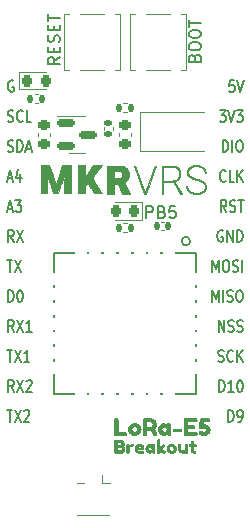
<source format=gto>
G04 #@! TF.GenerationSoftware,KiCad,Pcbnew,(6.0.6)*
G04 #@! TF.CreationDate,2022-10-28T15:12:27+11:00*
G04 #@! TF.ProjectId,CE-LoRa-E5-Breakout-Module,43452d4c-6f52-4612-9d45-352d42726561,rev?*
G04 #@! TF.SameCoordinates,Original*
G04 #@! TF.FileFunction,Legend,Top*
G04 #@! TF.FilePolarity,Positive*
%FSLAX46Y46*%
G04 Gerber Fmt 4.6, Leading zero omitted, Abs format (unit mm)*
G04 Created by KiCad (PCBNEW (6.0.6)) date 2022-10-28 15:12:27*
%MOMM*%
%LPD*%
G01*
G04 APERTURE LIST*
G04 Aperture macros list*
%AMRoundRect*
0 Rectangle with rounded corners*
0 $1 Rounding radius*
0 $2 $3 $4 $5 $6 $7 $8 $9 X,Y pos of 4 corners*
0 Add a 4 corners polygon primitive as box body*
4,1,4,$2,$3,$4,$5,$6,$7,$8,$9,$2,$3,0*
0 Add four circle primitives for the rounded corners*
1,1,$1+$1,$2,$3*
1,1,$1+$1,$4,$5*
1,1,$1+$1,$6,$7*
1,1,$1+$1,$8,$9*
0 Add four rect primitives between the rounded corners*
20,1,$1+$1,$2,$3,$4,$5,0*
20,1,$1+$1,$4,$5,$6,$7,0*
20,1,$1+$1,$6,$7,$8,$9,0*
20,1,$1+$1,$8,$9,$2,$3,0*%
G04 Aperture macros list end*
%ADD10C,0.150000*%
%ADD11C,0.200000*%
%ADD12C,0.120000*%
%ADD13C,0.010000*%
%ADD14C,3.200000*%
%ADD15R,1.700000X1.700000*%
%ADD16O,1.700000X1.700000*%
%ADD17C,1.700000*%
%ADD18RoundRect,0.135000X0.135000X0.185000X-0.135000X0.185000X-0.135000X-0.185000X0.135000X-0.185000X0*%
%ADD19RoundRect,0.218750X0.218750X0.256250X-0.218750X0.256250X-0.218750X-0.256250X0.218750X-0.256250X0*%
%ADD20C,2.000000*%
%ADD21RoundRect,0.150000X-0.587500X-0.150000X0.587500X-0.150000X0.587500X0.150000X-0.587500X0.150000X0*%
%ADD22RoundRect,0.140000X0.170000X-0.140000X0.170000X0.140000X-0.170000X0.140000X-0.170000X-0.140000X0*%
%ADD23RoundRect,0.225000X0.250000X-0.225000X0.250000X0.225000X-0.250000X0.225000X-0.250000X-0.225000X0*%
%ADD24R,1.000000X2.300000*%
%ADD25R,2.300000X1.000000*%
%ADD26R,1.000000X1.050000*%
%ADD27R,1.050000X2.200000*%
%ADD28RoundRect,0.135000X-0.135000X-0.185000X0.135000X-0.185000X0.135000X0.185000X-0.135000X0.185000X0*%
%ADD29R,1.400000X1.600000*%
%ADD30RoundRect,0.140000X0.140000X0.170000X-0.140000X0.170000X-0.140000X-0.170000X0.140000X-0.170000X0*%
%ADD31R,2.500000X1.800000*%
%ADD32RoundRect,0.218750X-0.218750X-0.256250X0.218750X-0.256250X0.218750X0.256250X-0.218750X0.256250X0*%
G04 APERTURE END LIST*
D10*
X136225380Y-101860380D02*
X136225380Y-100860380D01*
X136682523Y-101860380D01*
X136682523Y-100860380D01*
X137025380Y-101812761D02*
X137139666Y-101860380D01*
X137330142Y-101860380D01*
X137406333Y-101812761D01*
X137444428Y-101765142D01*
X137482523Y-101669904D01*
X137482523Y-101574666D01*
X137444428Y-101479428D01*
X137406333Y-101431809D01*
X137330142Y-101384190D01*
X137177761Y-101336571D01*
X137101571Y-101288952D01*
X137063476Y-101241333D01*
X137025380Y-101146095D01*
X137025380Y-101050857D01*
X137063476Y-100955619D01*
X137101571Y-100908000D01*
X137177761Y-100860380D01*
X137368237Y-100860380D01*
X137482523Y-100908000D01*
X137787285Y-101812761D02*
X137901571Y-101860380D01*
X138092047Y-101860380D01*
X138168237Y-101812761D01*
X138206333Y-101765142D01*
X138244428Y-101669904D01*
X138244428Y-101574666D01*
X138206333Y-101479428D01*
X138168237Y-101431809D01*
X138092047Y-101384190D01*
X137939666Y-101336571D01*
X137863476Y-101288952D01*
X137825380Y-101241333D01*
X137787285Y-101146095D01*
X137787285Y-101050857D01*
X137825380Y-100955619D01*
X137863476Y-100908000D01*
X137939666Y-100860380D01*
X138130142Y-100860380D01*
X138244428Y-100908000D01*
X135692048Y-96780380D02*
X135692048Y-95780380D01*
X135958714Y-96494666D01*
X136225381Y-95780380D01*
X136225381Y-96780380D01*
X136758714Y-95780380D02*
X136911095Y-95780380D01*
X136987286Y-95828000D01*
X137063476Y-95923238D01*
X137101571Y-96113714D01*
X137101571Y-96447047D01*
X137063476Y-96637523D01*
X136987286Y-96732761D01*
X136911095Y-96780380D01*
X136758714Y-96780380D01*
X136682524Y-96732761D01*
X136606333Y-96637523D01*
X136568238Y-96447047D01*
X136568238Y-96113714D01*
X136606333Y-95923238D01*
X136682524Y-95828000D01*
X136758714Y-95780380D01*
X137406333Y-96732761D02*
X137520619Y-96780380D01*
X137711095Y-96780380D01*
X137787286Y-96732761D01*
X137825381Y-96685142D01*
X137863476Y-96589904D01*
X137863476Y-96494666D01*
X137825381Y-96399428D01*
X137787286Y-96351809D01*
X137711095Y-96304190D01*
X137558714Y-96256571D01*
X137482524Y-96208952D01*
X137444429Y-96161333D01*
X137406333Y-96066095D01*
X137406333Y-95970857D01*
X137444429Y-95875619D01*
X137482524Y-95828000D01*
X137558714Y-95780380D01*
X137749191Y-95780380D01*
X137863476Y-95828000D01*
X138206333Y-96780380D02*
X138206333Y-95780380D01*
X118288690Y-103400380D02*
X118745833Y-103400380D01*
X118517261Y-104400380D02*
X118517261Y-103400380D01*
X118936309Y-103400380D02*
X119469642Y-104400380D01*
X119469642Y-103400380D02*
X118936309Y-104400380D01*
X120193452Y-104400380D02*
X119736309Y-104400380D01*
X119964880Y-104400380D02*
X119964880Y-103400380D01*
X119888690Y-103543238D01*
X119812500Y-103638476D01*
X119736309Y-103686095D01*
X136263476Y-106940380D02*
X136263476Y-105940380D01*
X136453952Y-105940380D01*
X136568238Y-105988000D01*
X136644428Y-106083238D01*
X136682524Y-106178476D01*
X136720619Y-106368952D01*
X136720619Y-106511809D01*
X136682524Y-106702285D01*
X136644428Y-106797523D01*
X136568238Y-106892761D01*
X136453952Y-106940380D01*
X136263476Y-106940380D01*
X137482524Y-106940380D02*
X137025381Y-106940380D01*
X137253952Y-106940380D02*
X137253952Y-105940380D01*
X137177762Y-106083238D01*
X137101571Y-106178476D01*
X137025381Y-106226095D01*
X137977762Y-105940380D02*
X138053952Y-105940380D01*
X138130143Y-105988000D01*
X138168238Y-106035619D01*
X138206333Y-106130857D01*
X138244428Y-106321333D01*
X138244428Y-106559428D01*
X138206333Y-106749904D01*
X138168238Y-106845142D01*
X138130143Y-106892761D01*
X138053952Y-106940380D01*
X137977762Y-106940380D01*
X137901571Y-106892761D01*
X137863476Y-106845142D01*
X137825381Y-106749904D01*
X137787285Y-106559428D01*
X137787285Y-106321333D01*
X137825381Y-106130857D01*
X137863476Y-106035619D01*
X137901571Y-105988000D01*
X137977762Y-105940380D01*
X136796809Y-89065142D02*
X136758714Y-89112761D01*
X136644428Y-89160380D01*
X136568238Y-89160380D01*
X136453952Y-89112761D01*
X136377761Y-89017523D01*
X136339666Y-88922285D01*
X136301571Y-88731809D01*
X136301571Y-88588952D01*
X136339666Y-88398476D01*
X136377761Y-88303238D01*
X136453952Y-88208000D01*
X136568238Y-88160380D01*
X136644428Y-88160380D01*
X136758714Y-88208000D01*
X136796809Y-88255619D01*
X137520619Y-89160380D02*
X137139666Y-89160380D01*
X137139666Y-88160380D01*
X137787285Y-89160380D02*
X137787285Y-88160380D01*
X138244428Y-89160380D02*
X137901571Y-88588952D01*
X138244428Y-88160380D02*
X137787285Y-88731809D01*
X136187285Y-104352761D02*
X136301571Y-104400380D01*
X136492047Y-104400380D01*
X136568237Y-104352761D01*
X136606333Y-104305142D01*
X136644428Y-104209904D01*
X136644428Y-104114666D01*
X136606333Y-104019428D01*
X136568237Y-103971809D01*
X136492047Y-103924190D01*
X136339666Y-103876571D01*
X136263476Y-103828952D01*
X136225380Y-103781333D01*
X136187285Y-103686095D01*
X136187285Y-103590857D01*
X136225380Y-103495619D01*
X136263476Y-103448000D01*
X136339666Y-103400380D01*
X136530142Y-103400380D01*
X136644428Y-103448000D01*
X137444428Y-104305142D02*
X137406333Y-104352761D01*
X137292047Y-104400380D01*
X137215857Y-104400380D01*
X137101571Y-104352761D01*
X137025380Y-104257523D01*
X136987285Y-104162285D01*
X136949190Y-103971809D01*
X136949190Y-103828952D01*
X136987285Y-103638476D01*
X137025380Y-103543238D01*
X137101571Y-103448000D01*
X137215857Y-103400380D01*
X137292047Y-103400380D01*
X137406333Y-103448000D01*
X137444428Y-103495619D01*
X137787285Y-104400380D02*
X137787285Y-103400380D01*
X138244428Y-104400380D02*
X137901571Y-103828952D01*
X138244428Y-103400380D02*
X137787285Y-103971809D01*
X118364880Y-84032761D02*
X118479166Y-84080380D01*
X118669642Y-84080380D01*
X118745833Y-84032761D01*
X118783928Y-83985142D01*
X118822023Y-83889904D01*
X118822023Y-83794666D01*
X118783928Y-83699428D01*
X118745833Y-83651809D01*
X118669642Y-83604190D01*
X118517261Y-83556571D01*
X118441071Y-83508952D01*
X118402976Y-83461333D01*
X118364880Y-83366095D01*
X118364880Y-83270857D01*
X118402976Y-83175619D01*
X118441071Y-83128000D01*
X118517261Y-83080380D01*
X118707738Y-83080380D01*
X118822023Y-83128000D01*
X119622023Y-83985142D02*
X119583928Y-84032761D01*
X119469642Y-84080380D01*
X119393452Y-84080380D01*
X119279166Y-84032761D01*
X119202976Y-83937523D01*
X119164880Y-83842285D01*
X119126785Y-83651809D01*
X119126785Y-83508952D01*
X119164880Y-83318476D01*
X119202976Y-83223238D01*
X119279166Y-83128000D01*
X119393452Y-83080380D01*
X119469642Y-83080380D01*
X119583928Y-83128000D01*
X119622023Y-83175619D01*
X120345833Y-84080380D02*
X119964880Y-84080380D01*
X119964880Y-83080380D01*
X118359478Y-88873262D02*
X118740431Y-88873262D01*
X118283288Y-89158976D02*
X118549955Y-88158976D01*
X118816621Y-89158976D01*
X119426145Y-88492310D02*
X119426145Y-89158976D01*
X119235669Y-88111357D02*
X119045193Y-88825643D01*
X119540431Y-88825643D01*
X136568238Y-93288000D02*
X136492047Y-93240380D01*
X136377762Y-93240380D01*
X136263476Y-93288000D01*
X136187285Y-93383238D01*
X136149190Y-93478476D01*
X136111095Y-93668952D01*
X136111095Y-93811809D01*
X136149190Y-94002285D01*
X136187285Y-94097523D01*
X136263476Y-94192761D01*
X136377762Y-94240380D01*
X136453952Y-94240380D01*
X136568238Y-94192761D01*
X136606333Y-94145142D01*
X136606333Y-93811809D01*
X136453952Y-93811809D01*
X136949190Y-94240380D02*
X136949190Y-93240380D01*
X137406333Y-94240380D01*
X137406333Y-93240380D01*
X137787285Y-94240380D02*
X137787285Y-93240380D01*
X137977762Y-93240380D01*
X138092047Y-93288000D01*
X138168238Y-93383238D01*
X138206333Y-93478476D01*
X138244428Y-93668952D01*
X138244428Y-93811809D01*
X138206333Y-94002285D01*
X138168238Y-94097523D01*
X138092047Y-94192761D01*
X137977762Y-94240380D01*
X137787285Y-94240380D01*
X118288690Y-95780380D02*
X118745833Y-95780380D01*
X118517261Y-96780380D02*
X118517261Y-95780380D01*
X118936309Y-95780380D02*
X119469642Y-96780380D01*
X119469642Y-95780380D02*
X118936309Y-96780380D01*
D11*
X122758380Y-78603380D02*
X122282190Y-78936714D01*
X122758380Y-79174809D02*
X121758380Y-79174809D01*
X121758380Y-78793857D01*
X121806000Y-78698619D01*
X121853619Y-78651000D01*
X121948857Y-78603380D01*
X122091714Y-78603380D01*
X122186952Y-78651000D01*
X122234571Y-78698619D01*
X122282190Y-78793857D01*
X122282190Y-79174809D01*
X122234571Y-78174809D02*
X122234571Y-77841476D01*
X122758380Y-77698619D02*
X122758380Y-78174809D01*
X121758380Y-78174809D01*
X121758380Y-77698619D01*
X122710761Y-77317666D02*
X122758380Y-77174809D01*
X122758380Y-76936714D01*
X122710761Y-76841476D01*
X122663142Y-76793857D01*
X122567904Y-76746238D01*
X122472666Y-76746238D01*
X122377428Y-76793857D01*
X122329809Y-76841476D01*
X122282190Y-76936714D01*
X122234571Y-77127190D01*
X122186952Y-77222428D01*
X122139333Y-77270047D01*
X122044095Y-77317666D01*
X121948857Y-77317666D01*
X121853619Y-77270047D01*
X121806000Y-77222428D01*
X121758380Y-77127190D01*
X121758380Y-76889095D01*
X121806000Y-76746238D01*
X122234571Y-76317666D02*
X122234571Y-75984333D01*
X122758380Y-75841476D02*
X122758380Y-76317666D01*
X121758380Y-76317666D01*
X121758380Y-75841476D01*
X121758380Y-75555761D02*
X121758380Y-74984333D01*
X122758380Y-75270047D02*
X121758380Y-75270047D01*
D10*
X118860119Y-101860380D02*
X118593452Y-101384190D01*
X118402976Y-101860380D02*
X118402976Y-100860380D01*
X118707738Y-100860380D01*
X118783928Y-100908000D01*
X118822023Y-100955619D01*
X118860119Y-101050857D01*
X118860119Y-101193714D01*
X118822023Y-101288952D01*
X118783928Y-101336571D01*
X118707738Y-101384190D01*
X118402976Y-101384190D01*
X119126785Y-100860380D02*
X119660119Y-101860380D01*
X119660119Y-100860380D02*
X119126785Y-101860380D01*
X120383928Y-101860380D02*
X119926785Y-101860380D01*
X120155357Y-101860380D02*
X120155357Y-100860380D01*
X120079166Y-101003238D01*
X120002976Y-101098476D01*
X119926785Y-101146095D01*
X130084904Y-92208380D02*
X130084904Y-91208380D01*
X130465857Y-91208380D01*
X130561095Y-91256000D01*
X130608714Y-91303619D01*
X130656333Y-91398857D01*
X130656333Y-91541714D01*
X130608714Y-91636952D01*
X130561095Y-91684571D01*
X130465857Y-91732190D01*
X130084904Y-91732190D01*
X131418238Y-91684571D02*
X131561095Y-91732190D01*
X131608714Y-91779809D01*
X131656333Y-91875047D01*
X131656333Y-92017904D01*
X131608714Y-92113142D01*
X131561095Y-92160761D01*
X131465857Y-92208380D01*
X131084904Y-92208380D01*
X131084904Y-91208380D01*
X131418238Y-91208380D01*
X131513476Y-91256000D01*
X131561095Y-91303619D01*
X131608714Y-91398857D01*
X131608714Y-91494095D01*
X131561095Y-91589333D01*
X131513476Y-91636952D01*
X131418238Y-91684571D01*
X131084904Y-91684571D01*
X132561095Y-91208380D02*
X132084904Y-91208380D01*
X132037285Y-91684571D01*
X132084904Y-91636952D01*
X132180142Y-91589333D01*
X132418238Y-91589333D01*
X132513476Y-91636952D01*
X132561095Y-91684571D01*
X132608714Y-91779809D01*
X132608714Y-92017904D01*
X132561095Y-92113142D01*
X132513476Y-92160761D01*
X132418238Y-92208380D01*
X132180142Y-92208380D01*
X132084904Y-92160761D01*
X132037285Y-92113142D01*
X118397574Y-99315232D02*
X118397574Y-98315232D01*
X118588050Y-98315232D01*
X118702336Y-98362852D01*
X118778526Y-98458090D01*
X118816621Y-98553328D01*
X118854717Y-98743804D01*
X118854717Y-98886661D01*
X118816621Y-99077137D01*
X118778526Y-99172375D01*
X118702336Y-99267613D01*
X118588050Y-99315232D01*
X118397574Y-99315232D01*
X119349955Y-98315232D02*
X119426145Y-98315232D01*
X119502336Y-98362852D01*
X119540431Y-98410471D01*
X119578526Y-98505709D01*
X119616621Y-98696185D01*
X119616621Y-98934280D01*
X119578526Y-99124756D01*
X119540431Y-99219994D01*
X119502336Y-99267613D01*
X119426145Y-99315232D01*
X119349955Y-99315232D01*
X119273764Y-99267613D01*
X119235669Y-99219994D01*
X119197574Y-99124756D01*
X119159478Y-98934280D01*
X119159478Y-98696185D01*
X119197574Y-98505709D01*
X119235669Y-98410471D01*
X119273764Y-98362852D01*
X119349955Y-98315232D01*
X118860119Y-106940380D02*
X118593452Y-106464190D01*
X118402976Y-106940380D02*
X118402976Y-105940380D01*
X118707738Y-105940380D01*
X118783928Y-105988000D01*
X118822023Y-106035619D01*
X118860119Y-106130857D01*
X118860119Y-106273714D01*
X118822023Y-106368952D01*
X118783928Y-106416571D01*
X118707738Y-106464190D01*
X118402976Y-106464190D01*
X119126785Y-105940380D02*
X119660119Y-106940380D01*
X119660119Y-105940380D02*
X119126785Y-106940380D01*
X119926785Y-106035619D02*
X119964880Y-105988000D01*
X120041071Y-105940380D01*
X120231547Y-105940380D01*
X120307738Y-105988000D01*
X120345833Y-106035619D01*
X120383928Y-106130857D01*
X120383928Y-106226095D01*
X120345833Y-106368952D01*
X119888690Y-106940380D01*
X120383928Y-106940380D01*
X136301571Y-83080380D02*
X136796809Y-83080380D01*
X136530143Y-83461333D01*
X136644428Y-83461333D01*
X136720619Y-83508952D01*
X136758714Y-83556571D01*
X136796809Y-83651809D01*
X136796809Y-83889904D01*
X136758714Y-83985142D01*
X136720619Y-84032761D01*
X136644428Y-84080380D01*
X136415857Y-84080380D01*
X136339667Y-84032761D01*
X136301571Y-83985142D01*
X137025381Y-83080380D02*
X137292048Y-84080380D01*
X137558714Y-83080380D01*
X137749190Y-83080380D02*
X138244428Y-83080380D01*
X137977762Y-83461333D01*
X138092048Y-83461333D01*
X138168238Y-83508952D01*
X138206333Y-83556571D01*
X138244428Y-83651809D01*
X138244428Y-83889904D01*
X138206333Y-83985142D01*
X138168238Y-84032761D01*
X138092048Y-84080380D01*
X137863476Y-84080380D01*
X137787286Y-84032761D01*
X137749190Y-83985142D01*
X136568238Y-86620380D02*
X136568238Y-85620380D01*
X136758714Y-85620380D01*
X136873000Y-85668000D01*
X136949190Y-85763238D01*
X136987286Y-85858476D01*
X137025381Y-86048952D01*
X137025381Y-86191809D01*
X136987286Y-86382285D01*
X136949190Y-86477523D01*
X136873000Y-86572761D01*
X136758714Y-86620380D01*
X136568238Y-86620380D01*
X137368238Y-86620380D02*
X137368238Y-85620380D01*
X137901571Y-85620380D02*
X138053952Y-85620380D01*
X138130143Y-85668000D01*
X138206333Y-85763238D01*
X138244428Y-85953714D01*
X138244428Y-86287047D01*
X138206333Y-86477523D01*
X138130143Y-86572761D01*
X138053952Y-86620380D01*
X137901571Y-86620380D01*
X137825381Y-86572761D01*
X137749190Y-86477523D01*
X137711095Y-86287047D01*
X137711095Y-85953714D01*
X137749190Y-85763238D01*
X137825381Y-85668000D01*
X137901571Y-85620380D01*
X118822023Y-80588000D02*
X118745833Y-80540380D01*
X118631547Y-80540380D01*
X118517261Y-80588000D01*
X118441071Y-80683238D01*
X118402976Y-80778476D01*
X118364880Y-80968952D01*
X118364880Y-81111809D01*
X118402976Y-81302285D01*
X118441071Y-81397523D01*
X118517261Y-81492761D01*
X118631547Y-81540380D01*
X118707738Y-81540380D01*
X118822023Y-81492761D01*
X118860119Y-81445142D01*
X118860119Y-81111809D01*
X118707738Y-81111809D01*
X137520619Y-80540380D02*
X137139666Y-80540380D01*
X137101571Y-81016571D01*
X137139666Y-80968952D01*
X137215857Y-80921333D01*
X137406333Y-80921333D01*
X137482523Y-80968952D01*
X137520619Y-81016571D01*
X137558714Y-81111809D01*
X137558714Y-81349904D01*
X137520619Y-81445142D01*
X137482523Y-81492761D01*
X137406333Y-81540380D01*
X137215857Y-81540380D01*
X137139666Y-81492761D01*
X137101571Y-81445142D01*
X137787285Y-80540380D02*
X138053952Y-81540380D01*
X138320619Y-80540380D01*
X137025380Y-109476392D02*
X137025380Y-108476392D01*
X137215857Y-108476392D01*
X137330142Y-108524012D01*
X137406333Y-108619250D01*
X137444428Y-108714488D01*
X137482523Y-108904964D01*
X137482523Y-109047821D01*
X137444428Y-109238297D01*
X137406333Y-109333535D01*
X137330142Y-109428773D01*
X137215857Y-109476392D01*
X137025380Y-109476392D01*
X137863476Y-109476392D02*
X138015857Y-109476392D01*
X138092047Y-109428773D01*
X138130142Y-109381154D01*
X138206333Y-109238297D01*
X138244428Y-109047821D01*
X138244428Y-108666869D01*
X138206333Y-108571631D01*
X138168237Y-108524012D01*
X138092047Y-108476392D01*
X137939666Y-108476392D01*
X137863476Y-108524012D01*
X137825380Y-108571631D01*
X137787285Y-108666869D01*
X137787285Y-108904964D01*
X137825380Y-109000202D01*
X137863476Y-109047821D01*
X137939666Y-109095440D01*
X138092047Y-109095440D01*
X138168237Y-109047821D01*
X138206333Y-109000202D01*
X138244428Y-108904964D01*
X118364880Y-86572761D02*
X118479166Y-86620380D01*
X118669642Y-86620380D01*
X118745833Y-86572761D01*
X118783928Y-86525142D01*
X118822023Y-86429904D01*
X118822023Y-86334666D01*
X118783928Y-86239428D01*
X118745833Y-86191809D01*
X118669642Y-86144190D01*
X118517261Y-86096571D01*
X118441071Y-86048952D01*
X118402976Y-86001333D01*
X118364880Y-85906095D01*
X118364880Y-85810857D01*
X118402976Y-85715619D01*
X118441071Y-85668000D01*
X118517261Y-85620380D01*
X118707738Y-85620380D01*
X118822023Y-85668000D01*
X119164880Y-86620380D02*
X119164880Y-85620380D01*
X119355357Y-85620380D01*
X119469642Y-85668000D01*
X119545833Y-85763238D01*
X119583928Y-85858476D01*
X119622023Y-86048952D01*
X119622023Y-86191809D01*
X119583928Y-86382285D01*
X119545833Y-86477523D01*
X119469642Y-86572761D01*
X119355357Y-86620380D01*
X119164880Y-86620380D01*
X119926785Y-86334666D02*
X120307738Y-86334666D01*
X119850595Y-86620380D02*
X120117261Y-85620380D01*
X120383928Y-86620380D01*
X135692048Y-99320380D02*
X135692048Y-98320380D01*
X135958714Y-99034666D01*
X136225381Y-98320380D01*
X136225381Y-99320380D01*
X136606333Y-99320380D02*
X136606333Y-98320380D01*
X136949191Y-99272761D02*
X137063476Y-99320380D01*
X137253952Y-99320380D01*
X137330143Y-99272761D01*
X137368238Y-99225142D01*
X137406333Y-99129904D01*
X137406333Y-99034666D01*
X137368238Y-98939428D01*
X137330143Y-98891809D01*
X137253952Y-98844190D01*
X137101571Y-98796571D01*
X137025381Y-98748952D01*
X136987286Y-98701333D01*
X136949191Y-98606095D01*
X136949191Y-98510857D01*
X136987286Y-98415619D01*
X137025381Y-98368000D01*
X137101571Y-98320380D01*
X137292048Y-98320380D01*
X137406333Y-98368000D01*
X137901571Y-98320380D02*
X138053952Y-98320380D01*
X138130143Y-98368000D01*
X138206333Y-98463238D01*
X138244429Y-98653714D01*
X138244429Y-98987047D01*
X138206333Y-99177523D01*
X138130143Y-99272761D01*
X138053952Y-99320380D01*
X137901571Y-99320380D01*
X137825381Y-99272761D01*
X137749191Y-99177523D01*
X137711095Y-98987047D01*
X137711095Y-98653714D01*
X137749191Y-98463238D01*
X137825381Y-98368000D01*
X137901571Y-98320380D01*
X118364880Y-91414666D02*
X118745833Y-91414666D01*
X118288690Y-91700380D02*
X118555357Y-90700380D01*
X118822023Y-91700380D01*
X119012500Y-90700380D02*
X119507738Y-90700380D01*
X119241071Y-91081333D01*
X119355357Y-91081333D01*
X119431547Y-91128952D01*
X119469642Y-91176571D01*
X119507738Y-91271809D01*
X119507738Y-91509904D01*
X119469642Y-91605142D01*
X119431547Y-91652761D01*
X119355357Y-91700380D01*
X119126785Y-91700380D01*
X119050595Y-91652761D01*
X119012500Y-91605142D01*
X118854717Y-94237104D02*
X118588050Y-93760914D01*
X118397574Y-94237104D02*
X118397574Y-93237104D01*
X118702336Y-93237104D01*
X118778526Y-93284724D01*
X118816621Y-93332343D01*
X118854717Y-93427581D01*
X118854717Y-93570438D01*
X118816621Y-93665676D01*
X118778526Y-93713295D01*
X118702336Y-93760914D01*
X118397574Y-93760914D01*
X119121383Y-93237104D02*
X119654717Y-94237104D01*
X119654717Y-93237104D02*
X119121383Y-94237104D01*
X118288690Y-108480380D02*
X118745833Y-108480380D01*
X118517261Y-109480380D02*
X118517261Y-108480380D01*
X118936309Y-108480380D02*
X119469642Y-109480380D01*
X119469642Y-108480380D02*
X118936309Y-109480380D01*
X119736309Y-108575619D02*
X119774404Y-108528000D01*
X119850595Y-108480380D01*
X120041071Y-108480380D01*
X120117261Y-108528000D01*
X120155357Y-108575619D01*
X120193452Y-108670857D01*
X120193452Y-108766095D01*
X120155357Y-108908952D01*
X119698214Y-109480380D01*
X120193452Y-109480380D01*
X136872999Y-91700380D02*
X136606333Y-91224190D01*
X136415856Y-91700380D02*
X136415856Y-90700380D01*
X136720618Y-90700380D01*
X136796809Y-90748000D01*
X136834904Y-90795619D01*
X136872999Y-90890857D01*
X136872999Y-91033714D01*
X136834904Y-91128952D01*
X136796809Y-91176571D01*
X136720618Y-91224190D01*
X136415856Y-91224190D01*
X137177761Y-91652761D02*
X137292047Y-91700380D01*
X137482523Y-91700380D01*
X137558714Y-91652761D01*
X137596809Y-91605142D01*
X137634904Y-91509904D01*
X137634904Y-91414666D01*
X137596809Y-91319428D01*
X137558714Y-91271809D01*
X137482523Y-91224190D01*
X137330142Y-91176571D01*
X137253952Y-91128952D01*
X137215856Y-91081333D01*
X137177761Y-90986095D01*
X137177761Y-90890857D01*
X137215856Y-90795619D01*
X137253952Y-90748000D01*
X137330142Y-90700380D01*
X137520618Y-90700380D01*
X137634904Y-90748000D01*
X137863475Y-90700380D02*
X138320618Y-90700380D01*
X138092047Y-91700380D02*
X138092047Y-90700380D01*
D11*
X134172571Y-78635142D02*
X134220190Y-78492285D01*
X134267809Y-78444666D01*
X134363047Y-78397047D01*
X134505904Y-78397047D01*
X134601142Y-78444666D01*
X134648761Y-78492285D01*
X134696380Y-78587523D01*
X134696380Y-78968476D01*
X133696380Y-78968476D01*
X133696380Y-78635142D01*
X133744000Y-78539904D01*
X133791619Y-78492285D01*
X133886857Y-78444666D01*
X133982095Y-78444666D01*
X134077333Y-78492285D01*
X134124952Y-78539904D01*
X134172571Y-78635142D01*
X134172571Y-78968476D01*
X133696380Y-77778000D02*
X133696380Y-77587523D01*
X133744000Y-77492285D01*
X133839238Y-77397047D01*
X134029714Y-77349428D01*
X134363047Y-77349428D01*
X134553523Y-77397047D01*
X134648761Y-77492285D01*
X134696380Y-77587523D01*
X134696380Y-77778000D01*
X134648761Y-77873238D01*
X134553523Y-77968476D01*
X134363047Y-78016095D01*
X134029714Y-78016095D01*
X133839238Y-77968476D01*
X133744000Y-77873238D01*
X133696380Y-77778000D01*
X133696380Y-76730380D02*
X133696380Y-76539904D01*
X133744000Y-76444666D01*
X133839238Y-76349428D01*
X134029714Y-76301809D01*
X134363047Y-76301809D01*
X134553523Y-76349428D01*
X134648761Y-76444666D01*
X134696380Y-76539904D01*
X134696380Y-76730380D01*
X134648761Y-76825619D01*
X134553523Y-76920857D01*
X134363047Y-76968476D01*
X134029714Y-76968476D01*
X133839238Y-76920857D01*
X133744000Y-76825619D01*
X133696380Y-76730380D01*
X133696380Y-76016095D02*
X133696380Y-75444666D01*
X134696380Y-75730380D02*
X133696380Y-75730380D01*
G36*
X130189049Y-110477308D02*
G01*
X130185953Y-110548508D01*
X130166347Y-110603197D01*
X130111658Y-110644988D01*
X130005375Y-110658918D01*
X129890837Y-110639828D01*
X129836147Y-110582559D01*
X129823765Y-110475244D01*
X129823765Y-109878821D01*
X130189049Y-109878821D01*
X130453209Y-109878821D01*
X130572906Y-109833418D01*
X130632755Y-109697211D01*
X130572906Y-109559971D01*
X130449081Y-109513537D01*
X130189049Y-109513537D01*
X130189049Y-109878821D01*
X129823765Y-109878821D01*
X129823765Y-109329863D01*
X129826861Y-109258664D01*
X129846466Y-109203974D01*
X129901156Y-109162183D01*
X130007439Y-109148253D01*
X130453209Y-109148253D01*
X130573136Y-109162929D01*
X130690769Y-109206955D01*
X130806110Y-109280333D01*
X130881437Y-109355660D01*
X130942317Y-109453688D01*
X130982561Y-109569258D01*
X130995975Y-109697211D01*
X130978777Y-109843508D01*
X130927183Y-109971460D01*
X130841194Y-110081068D01*
X130876965Y-110165682D01*
X130923744Y-110273685D01*
X130981529Y-110405077D01*
X131012485Y-110512392D01*
X130980497Y-110584623D01*
X130884532Y-110644472D01*
X130778249Y-110673364D01*
X130712209Y-110653759D01*
X130674030Y-110613516D01*
X130646972Y-110554584D01*
X130593314Y-110430071D01*
X130513057Y-110239977D01*
X130449081Y-110244104D01*
X130189049Y-110244104D01*
X130189049Y-110477308D01*
G37*
G36*
X134321708Y-109151349D02*
G01*
X134376397Y-109170954D01*
X134418188Y-109225644D01*
X134432119Y-109331927D01*
X134413029Y-109446465D01*
X134355760Y-109501154D01*
X134248445Y-109513537D01*
X133614874Y-109513537D01*
X133614874Y-109721976D01*
X134023496Y-109721976D01*
X134094696Y-109725071D01*
X134149385Y-109744677D01*
X134191176Y-109799366D01*
X134205106Y-109905649D01*
X134185501Y-110020188D01*
X134126684Y-110074877D01*
X134019369Y-110087259D01*
X133614874Y-110087259D01*
X133614874Y-110295698D01*
X134250509Y-110295698D01*
X134321708Y-110298794D01*
X134376397Y-110318399D01*
X134418188Y-110373089D01*
X134432119Y-110479372D01*
X134413029Y-110593910D01*
X134355760Y-110648599D01*
X134248445Y-110660982D01*
X133431200Y-110660982D01*
X133316662Y-110641376D01*
X133261972Y-110582559D01*
X133249590Y-110477308D01*
X133249590Y-109329863D01*
X133288801Y-109186433D01*
X133437391Y-109148253D01*
X134250509Y-109148253D01*
X134321708Y-109151349D01*
G37*
G36*
X127672822Y-109167343D02*
G01*
X127729059Y-109224612D01*
X127739377Y-109331927D01*
X127739377Y-110355547D01*
X128300717Y-110355547D01*
X128399777Y-110371025D01*
X128441052Y-110419523D01*
X128451371Y-110507233D01*
X128441052Y-110594942D01*
X128405969Y-110640344D01*
X128298654Y-110660982D01*
X127555704Y-110660982D01*
X127441166Y-110641376D01*
X127386476Y-110582559D01*
X127374094Y-110477308D01*
X127374094Y-109329863D01*
X127377189Y-109258664D01*
X127396795Y-109203974D01*
X127451484Y-109162183D01*
X127557767Y-109148253D01*
X127672822Y-109167343D01*
G37*
G36*
X135119347Y-109146189D02*
G01*
X135313340Y-109146189D01*
X135385571Y-109149285D01*
X135439229Y-109168891D01*
X135481020Y-109224612D01*
X135494950Y-109333991D01*
X135482052Y-109433567D01*
X135443356Y-109484644D01*
X135392794Y-109504250D01*
X135325723Y-109507346D01*
X134964566Y-109507346D01*
X134943929Y-109664191D01*
X135016160Y-109660063D01*
X135142507Y-109676458D01*
X135260141Y-109725645D01*
X135369061Y-109807621D01*
X135456197Y-109913331D01*
X135508479Y-110033717D01*
X135525906Y-110168778D01*
X135509396Y-110304526D01*
X135459866Y-110426976D01*
X135377316Y-110536125D01*
X135270231Y-110621541D01*
X135147093Y-110672791D01*
X135007905Y-110689874D01*
X134884080Y-110679097D01*
X134768510Y-110646765D01*
X134661195Y-110592878D01*
X134609601Y-110553667D01*
X134593091Y-110539221D01*
X134514669Y-110415396D01*
X134591028Y-110281252D01*
X134710725Y-110213148D01*
X134848996Y-110279188D01*
X134977981Y-110322527D01*
X135114188Y-110283316D01*
X135158559Y-110174969D01*
X135110061Y-110065590D01*
X134999650Y-110025347D01*
X134900590Y-110062494D01*
X134788116Y-110109961D01*
X134658099Y-110070749D01*
X134562135Y-110007805D01*
X134539434Y-109957243D01*
X134549752Y-109860763D01*
X134580709Y-109624979D01*
X134612181Y-109392807D01*
X134624048Y-109307162D01*
X134638494Y-109263823D01*
X134668418Y-109208102D01*
X134722076Y-109163731D01*
X134805658Y-109144126D01*
X135119347Y-109146189D01*
G37*
G36*
X128857930Y-110612484D02*
G01*
X128740038Y-110529418D01*
X128642268Y-110414364D01*
X128576486Y-110274803D01*
X128554559Y-110118216D01*
X128554943Y-110115120D01*
X128919842Y-110115120D01*
X128936352Y-110202829D01*
X128985882Y-110265774D01*
X129120026Y-110316336D01*
X129256234Y-110264742D01*
X129307312Y-110200766D01*
X129324337Y-110112024D01*
X129308343Y-110023799D01*
X129260361Y-109961371D01*
X129122090Y-109911841D01*
X128983819Y-109963434D01*
X128935837Y-110027153D01*
X128919842Y-110115120D01*
X128554943Y-110115120D01*
X128573820Y-109962746D01*
X128631605Y-109826539D01*
X128727914Y-109709593D01*
X128848987Y-109620164D01*
X128981067Y-109566506D01*
X129124154Y-109548621D01*
X129267011Y-109566392D01*
X129398403Y-109619705D01*
X129518330Y-109708561D01*
X129613492Y-109824934D01*
X129670589Y-109960797D01*
X129689621Y-110116152D01*
X129667436Y-110277898D01*
X129600880Y-110420555D01*
X129502594Y-110536125D01*
X129385218Y-110616611D01*
X129255976Y-110663820D01*
X129122090Y-110679556D01*
X128987946Y-110662788D01*
X128857930Y-110612484D01*
G37*
G36*
X131578984Y-110656854D02*
G01*
X131462841Y-110638739D01*
X131352430Y-110584394D01*
X131247752Y-110493818D01*
X131162909Y-110379280D01*
X131112004Y-110253047D01*
X131095416Y-110118216D01*
X131456191Y-110118216D01*
X131509849Y-110241009D01*
X131639865Y-110295698D01*
X131766786Y-110239977D01*
X131817347Y-110117184D01*
X131768849Y-109992327D01*
X131638833Y-109934542D01*
X131506753Y-109992327D01*
X131456191Y-110118216D01*
X131095416Y-110118216D01*
X131095035Y-110115120D01*
X131112118Y-109977307D01*
X131163368Y-109851419D01*
X131248784Y-109737454D01*
X131354609Y-109647451D01*
X131467083Y-109593450D01*
X131586207Y-109575449D01*
X131714160Y-109600214D01*
X131794646Y-109646649D01*
X131831794Y-109688956D01*
X131878744Y-109602278D01*
X131994830Y-109573386D01*
X132114527Y-109585768D01*
X132169217Y-109629107D01*
X132187791Y-109683796D01*
X132190886Y-109754996D01*
X132190886Y-110477308D01*
X132187791Y-110548508D01*
X132170249Y-110603197D01*
X132120461Y-110643440D01*
X132028882Y-110656854D01*
X131878228Y-110628994D01*
X131833857Y-110547476D01*
X131731960Y-110629510D01*
X131639865Y-110645972D01*
X131578984Y-110656854D01*
G37*
G36*
X133058693Y-110065074D02*
G01*
X133103064Y-110116152D01*
X133115446Y-110211084D01*
X133104096Y-110304985D01*
X133067980Y-110355547D01*
X132964792Y-110374121D01*
X132473620Y-110374121D01*
X132381267Y-110356579D01*
X132335349Y-110303953D01*
X132325030Y-110209021D01*
X132337412Y-110116152D01*
X132376624Y-110066622D01*
X132475684Y-110048048D01*
X132966856Y-110048048D01*
X133058693Y-110065074D01*
G37*
G36*
X127425688Y-112156169D02*
G01*
X127383619Y-112110925D01*
X127374094Y-112028375D01*
X127374094Y-111890263D01*
X127655081Y-111890263D01*
X127915431Y-111890263D01*
X127990441Y-111863275D01*
X128015444Y-111782313D01*
X128006713Y-111721988D01*
X127977344Y-111690238D01*
X127888444Y-111677538D01*
X127802719Y-111655313D01*
X127774144Y-111564031D01*
X127803513Y-111472750D01*
X127901144Y-111450525D01*
X127977344Y-111417188D01*
X127982106Y-111360037D01*
X127955913Y-111304475D01*
X127877331Y-111288600D01*
X127655081Y-111288600D01*
X127655081Y-111890263D01*
X127374094Y-111890263D01*
X127374094Y-111147312D01*
X127376475Y-111091750D01*
X127391556Y-111050475D01*
X127433625Y-111018328D01*
X127515381Y-111007613D01*
X127915431Y-111007613D01*
X128007506Y-111018901D01*
X128088998Y-111052768D01*
X128159906Y-111109212D01*
X128217233Y-111182590D01*
X128251629Y-111265140D01*
X128263094Y-111356862D01*
X128248013Y-111457272D01*
X128202769Y-111548950D01*
X128254804Y-111626032D01*
X128286025Y-111709111D01*
X128296431Y-111798187D01*
X128282938Y-111898288D01*
X128246690Y-111986924D01*
X128187688Y-112064094D01*
X128112281Y-112123625D01*
X128026821Y-112159344D01*
X127931306Y-112171250D01*
X127513794Y-112171250D01*
X127425688Y-112156169D01*
G37*
G36*
X131228544Y-110969512D02*
G01*
X131257119Y-111039362D01*
X131258706Y-111083813D01*
X131258706Y-111587050D01*
X131345225Y-111506088D01*
X131431744Y-111425125D01*
X131450794Y-111412425D01*
X131546044Y-111369562D01*
X131637325Y-111433856D01*
X131688919Y-111534663D01*
X131630181Y-111620387D01*
X131473019Y-111753738D01*
X131684156Y-111928362D01*
X131734163Y-111979163D01*
X131744482Y-112012500D01*
X131695269Y-112115688D01*
X131600019Y-112182362D01*
X131503181Y-112136325D01*
X131487306Y-112125213D01*
X131440872Y-112083739D01*
X131374594Y-112019644D01*
X131307522Y-111955152D01*
X131258706Y-111912488D01*
X131258706Y-112034725D01*
X131256325Y-112089494D01*
X131241244Y-112131563D01*
X131200366Y-112162519D01*
X131119006Y-112172838D01*
X131038441Y-112162122D01*
X130996769Y-112129975D01*
X130983275Y-112087906D01*
X130980894Y-112033137D01*
X130980894Y-111082225D01*
X130983275Y-111027456D01*
X130996769Y-110985387D01*
X131038838Y-110953241D01*
X131120594Y-110942525D01*
X131228544Y-110969512D01*
G37*
G36*
X134078503Y-111065159D02*
G01*
X134120969Y-111109212D01*
X134128907Y-111190175D01*
X134128907Y-111345750D01*
X134234475Y-111339400D01*
X134288450Y-111341781D01*
X134330519Y-111356862D01*
X134361475Y-111397741D01*
X134371794Y-111479100D01*
X134361078Y-111559666D01*
X134328932Y-111601337D01*
X134286863Y-111614831D01*
X134232094Y-111617212D01*
X134128907Y-111610862D01*
X134128907Y-111829937D01*
X134142400Y-111891850D01*
X134193200Y-111910900D01*
X134250350Y-111913281D01*
X134292419Y-111928362D01*
X134328932Y-112034725D01*
X134317819Y-112115291D01*
X134284482Y-112156963D01*
X134242413Y-112170456D01*
X134189232Y-112172838D01*
X134087984Y-112164547D01*
X134004376Y-112139676D01*
X133938407Y-112098225D01*
X133890782Y-112037018D01*
X133862207Y-111952881D01*
X133852682Y-111845813D01*
X133852682Y-111610862D01*
X133787594Y-111615625D01*
X133729650Y-111588637D01*
X133706632Y-111496562D01*
X133714569Y-111402106D01*
X133736794Y-111360037D01*
X133800294Y-111339400D01*
X133852682Y-111345750D01*
X133852682Y-111182237D01*
X133855063Y-111128262D01*
X133870144Y-111090162D01*
X133911022Y-111060397D01*
X133992382Y-111050475D01*
X134078503Y-111065159D01*
G37*
G36*
X132041344Y-112135531D02*
G01*
X131950658Y-112071634D01*
X131875450Y-111983131D01*
X131824849Y-111875777D01*
X131807981Y-111755325D01*
X131808276Y-111752944D01*
X132088969Y-111752944D01*
X132101669Y-111820413D01*
X132139769Y-111868831D01*
X132242957Y-111907725D01*
X132347732Y-111868037D01*
X132387022Y-111818825D01*
X132400119Y-111750563D01*
X132387816Y-111682697D01*
X132350907Y-111634675D01*
X132244544Y-111596575D01*
X132138182Y-111636263D01*
X132101272Y-111685277D01*
X132088969Y-111752944D01*
X131808276Y-111752944D01*
X131822798Y-111635733D01*
X131867248Y-111530958D01*
X131941332Y-111441000D01*
X132034465Y-111372208D01*
X132136065Y-111330933D01*
X132246132Y-111317175D01*
X132356022Y-111330845D01*
X132457093Y-111371856D01*
X132549344Y-111440206D01*
X132622545Y-111529724D01*
X132666466Y-111634234D01*
X132681107Y-111753738D01*
X132664041Y-111878158D01*
X132612844Y-111987894D01*
X132537239Y-112076794D01*
X132446950Y-112138706D01*
X132347533Y-112175020D01*
X132244544Y-112187125D01*
X132242957Y-112186927D01*
X132141357Y-112174227D01*
X132041344Y-112135531D01*
G37*
G36*
X129452131Y-111920425D02*
G01*
X129556906Y-111950588D01*
X129639060Y-111945825D01*
X129701369Y-111931538D01*
X129718831Y-111925188D01*
X129782331Y-111907725D01*
X129869644Y-111979163D01*
X129890281Y-112052187D01*
X129869148Y-112114001D01*
X129805747Y-112158153D01*
X129700079Y-112184645D01*
X129552144Y-112193475D01*
X129441217Y-112183355D01*
X129343388Y-112152994D01*
X129262227Y-112105964D01*
X129201306Y-112045837D01*
X129145744Y-111956761D01*
X129112406Y-111860982D01*
X129101294Y-111758500D01*
X129107896Y-111701350D01*
X129396569Y-111701350D01*
X129596594Y-111701350D01*
X129656919Y-111650550D01*
X129629138Y-111591812D01*
X129549763Y-111569587D01*
X129447369Y-111611656D01*
X129396569Y-111701350D01*
X129107896Y-111701350D01*
X129115670Y-111634058D01*
X129158797Y-111527431D01*
X129230675Y-111438619D01*
X129324073Y-111372032D01*
X129431759Y-111332080D01*
X129553731Y-111318762D01*
X129656721Y-111328486D01*
X129745025Y-111357656D01*
X129818646Y-111406273D01*
X129877581Y-111474337D01*
X129918063Y-111560658D01*
X129931556Y-111654519D01*
X129919452Y-111739450D01*
X129883138Y-111798981D01*
X129775981Y-111845813D01*
X129399744Y-111845813D01*
X129452131Y-111920425D01*
G37*
G36*
X130383200Y-112169663D02*
G01*
X130293859Y-112155728D01*
X130208928Y-112113924D01*
X130128406Y-112044250D01*
X130063143Y-111956144D01*
X130023984Y-111859042D01*
X130011224Y-111755325D01*
X130288744Y-111755325D01*
X130330019Y-111849781D01*
X130430031Y-111891850D01*
X130527663Y-111848987D01*
X130566556Y-111754531D01*
X130529250Y-111658488D01*
X130429238Y-111614037D01*
X130327638Y-111658488D01*
X130288744Y-111755325D01*
X130011224Y-111755325D01*
X130010931Y-111752944D01*
X130024072Y-111646934D01*
X130063495Y-111550097D01*
X130129200Y-111462431D01*
X130210604Y-111393199D01*
X130297122Y-111351659D01*
X130388756Y-111337812D01*
X130487181Y-111356862D01*
X130549094Y-111392581D01*
X130577669Y-111425125D01*
X130613785Y-111358450D01*
X130703081Y-111336225D01*
X130795156Y-111345750D01*
X130837225Y-111379088D01*
X130851513Y-111421156D01*
X130853894Y-111475925D01*
X130853894Y-112031550D01*
X130851513Y-112086319D01*
X130838019Y-112128387D01*
X130799721Y-112159344D01*
X130729275Y-112169663D01*
X130613388Y-112148231D01*
X130579256Y-112085525D01*
X130500874Y-112148628D01*
X130430031Y-112161291D01*
X130383200Y-112169663D01*
G37*
G36*
X133561772Y-111345353D02*
G01*
X133603444Y-111377500D01*
X133616938Y-111419569D01*
X133619319Y-111474337D01*
X133619319Y-112036313D01*
X133616938Y-112089494D01*
X133601857Y-112129975D01*
X133559391Y-112160931D01*
X133479619Y-112171250D01*
X133401435Y-112161725D01*
X133360557Y-112133150D01*
X133344682Y-112068063D01*
X133316107Y-112099813D01*
X133273244Y-112134738D01*
X133155769Y-112169663D01*
X133054963Y-112156169D01*
X132966327Y-112115688D01*
X132889863Y-112048219D01*
X132831213Y-111961347D01*
X132796024Y-111862658D01*
X132784294Y-111752150D01*
X132784294Y-111474337D01*
X132786675Y-111418775D01*
X132800169Y-111377500D01*
X132842238Y-111345353D01*
X132923994Y-111334637D01*
X133012100Y-111349719D01*
X133054169Y-111394963D01*
X133063694Y-111475925D01*
X133063694Y-111753738D01*
X133101000Y-111855337D01*
X133201013Y-111891850D01*
X133302613Y-111853750D01*
X133341507Y-111753738D01*
X133341507Y-111472750D01*
X133343888Y-111417981D01*
X133358969Y-111375912D01*
X133399847Y-111344956D01*
X133481207Y-111334637D01*
X133561772Y-111345353D01*
G37*
G36*
X128912381Y-111332256D02*
G01*
X128967944Y-111345750D01*
X129017950Y-111378294D01*
X129037794Y-111452112D01*
X129007631Y-111563237D01*
X128920319Y-111623562D01*
X128865550Y-111610862D01*
X128796494Y-111598162D01*
X128716325Y-111628325D01*
X128679019Y-111701350D01*
X128679019Y-112034725D01*
X128676638Y-112089494D01*
X128661556Y-112131563D01*
X128618694Y-112162519D01*
X128537731Y-112172838D01*
X128428194Y-112145850D01*
X128399619Y-112077588D01*
X128399619Y-111474337D01*
X128402000Y-111419569D01*
X128415494Y-111379088D01*
X128457563Y-111346941D01*
X128539319Y-111336225D01*
X128616710Y-111345353D01*
X128658381Y-111372737D01*
X128675844Y-111425125D01*
X128698863Y-111398138D01*
X128763156Y-111355275D01*
X128849675Y-111328287D01*
X128912381Y-111332256D01*
G37*
D12*
X128428641Y-83246000D02*
X128121359Y-83246000D01*
X128428641Y-82486000D02*
X128121359Y-82486000D01*
X129760000Y-90894000D02*
X127475000Y-90894000D01*
X129760000Y-92364000D02*
X129760000Y-90894000D01*
X127475000Y-92364000D02*
X129760000Y-92364000D01*
X120935641Y-81724000D02*
X120628359Y-81724000D01*
X120935641Y-82484000D02*
X120628359Y-82484000D01*
X124211000Y-86712000D02*
X124861000Y-86712000D01*
X124211000Y-86712000D02*
X123561000Y-86712000D01*
X124211000Y-83592000D02*
X122536000Y-83592000D01*
X124211000Y-83592000D02*
X124861000Y-83592000D01*
X127238000Y-84751836D02*
X127238000Y-84536164D01*
X126518000Y-84751836D02*
X126518000Y-84536164D01*
X121927000Y-85292580D02*
X121927000Y-85011420D01*
X120907000Y-85292580D02*
X120907000Y-85011420D01*
D10*
X134275000Y-95154000D02*
X134275000Y-107154000D01*
X122275000Y-95154000D02*
X134275000Y-95154000D01*
X134275000Y-107154000D02*
X122275000Y-107154000D01*
X122275000Y-107154000D02*
X122275000Y-95154000D01*
X133797353Y-94174000D02*
G75*
G03*
X133797353Y-94174000I-362353J0D01*
G01*
D12*
X124208000Y-114620000D02*
X124848000Y-114620000D01*
X126958000Y-117340000D02*
X124258000Y-117340000D01*
X127008000Y-114620000D02*
X126368000Y-114620000D01*
X126368000Y-114620000D02*
X126368000Y-113990000D01*
X128121359Y-92646000D02*
X128428641Y-92646000D01*
X128121359Y-93406000D02*
X128428641Y-93406000D01*
X123111000Y-79648000D02*
X123111000Y-74908000D01*
X127851000Y-74908000D02*
X127451000Y-74908000D01*
X123111000Y-74908000D02*
X123511000Y-74908000D01*
X127851000Y-79648000D02*
X127851000Y-74908000D01*
X126511000Y-79648000D02*
X124451000Y-79648000D01*
X123111000Y-79648000D02*
X123511000Y-79648000D01*
X126511000Y-74908000D02*
X124451000Y-74908000D01*
X127851000Y-79648000D02*
X127451000Y-79648000D01*
X127765000Y-85292580D02*
X127765000Y-85011420D01*
X128785000Y-85292580D02*
X128785000Y-85011420D01*
X128699000Y-74908000D02*
X128699000Y-79648000D01*
X133439000Y-79648000D02*
X133039000Y-79648000D01*
X130039000Y-74908000D02*
X132099000Y-74908000D01*
X128699000Y-79648000D02*
X129099000Y-79648000D01*
X130039000Y-79648000D02*
X132099000Y-79648000D01*
X133439000Y-74908000D02*
X133439000Y-79648000D01*
X133439000Y-74908000D02*
X133039000Y-74908000D01*
X128699000Y-74908000D02*
X129099000Y-74908000D01*
G36*
X129128522Y-87780706D02*
G01*
X129129371Y-87782935D01*
X129131534Y-87788696D01*
X129134974Y-87797888D01*
X129139652Y-87810410D01*
X129145531Y-87826158D01*
X129152572Y-87845033D01*
X129160739Y-87866931D01*
X129169992Y-87891751D01*
X129180294Y-87919391D01*
X129191607Y-87949750D01*
X129203894Y-87982726D01*
X129217116Y-88018217D01*
X129231235Y-88056120D01*
X129246214Y-88096336D01*
X129262014Y-88138761D01*
X129278598Y-88183294D01*
X129295928Y-88229832D01*
X129313965Y-88278276D01*
X129332673Y-88328522D01*
X129352013Y-88380468D01*
X129371947Y-88434014D01*
X129392437Y-88489057D01*
X129413445Y-88545495D01*
X129434934Y-88603227D01*
X129456865Y-88662152D01*
X129479202Y-88722166D01*
X129501904Y-88783168D01*
X129524936Y-88845058D01*
X129525162Y-88845664D01*
X129557743Y-88933229D01*
X129588968Y-89017177D01*
X129618844Y-89097525D01*
X129647376Y-89174289D01*
X129674570Y-89247482D01*
X129700431Y-89317122D01*
X129724965Y-89383222D01*
X129748179Y-89445800D01*
X129770076Y-89504869D01*
X129790664Y-89560445D01*
X129809948Y-89612545D01*
X129827934Y-89661182D01*
X129844627Y-89706374D01*
X129860032Y-89748134D01*
X129874157Y-89786478D01*
X129887006Y-89821423D01*
X129898585Y-89852982D01*
X129908899Y-89881173D01*
X129917955Y-89906009D01*
X129925759Y-89927506D01*
X129932315Y-89945681D01*
X129937629Y-89960547D01*
X129941708Y-89972121D01*
X129944557Y-89980418D01*
X129944644Y-89980680D01*
X129950181Y-89997183D01*
X129955351Y-90012522D01*
X129960023Y-90026310D01*
X129964066Y-90038162D01*
X129967348Y-90047693D01*
X129969736Y-90054518D01*
X129971100Y-90058251D01*
X129971361Y-90058843D01*
X129972144Y-90057273D01*
X129973992Y-90052434D01*
X129976759Y-90044742D01*
X129980300Y-90034612D01*
X129984468Y-90022459D01*
X129989118Y-90008699D01*
X129993016Y-89997026D01*
X129994986Y-89991315D01*
X129998273Y-89982066D01*
X130002841Y-89969377D01*
X130008655Y-89953344D01*
X130015678Y-89934064D01*
X130023875Y-89911634D01*
X130033210Y-89886152D01*
X130043648Y-89857713D01*
X130055152Y-89826415D01*
X130067687Y-89792354D01*
X130081217Y-89755628D01*
X130095706Y-89716333D01*
X130111118Y-89674567D01*
X130127418Y-89630425D01*
X130144570Y-89584005D01*
X130162539Y-89535404D01*
X130181287Y-89484719D01*
X130200780Y-89432047D01*
X130220982Y-89377483D01*
X130241857Y-89321127D01*
X130263369Y-89263073D01*
X130285483Y-89203419D01*
X130308162Y-89142262D01*
X130331371Y-89079699D01*
X130355075Y-89015827D01*
X130379236Y-88950742D01*
X130403821Y-88884541D01*
X130413220Y-88859237D01*
X130436399Y-88796838D01*
X130459247Y-88735331D01*
X130481726Y-88674816D01*
X130503799Y-88615393D01*
X130525428Y-88557165D01*
X130546576Y-88500230D01*
X130567206Y-88444690D01*
X130587280Y-88390646D01*
X130606761Y-88338198D01*
X130625611Y-88287448D01*
X130643794Y-88238495D01*
X130661271Y-88191441D01*
X130678005Y-88146385D01*
X130693958Y-88103430D01*
X130709095Y-88062676D01*
X130723376Y-88024222D01*
X130736764Y-87988171D01*
X130749223Y-87954623D01*
X130760715Y-87923678D01*
X130771202Y-87895438D01*
X130780647Y-87870002D01*
X130789012Y-87847472D01*
X130796261Y-87827948D01*
X130802355Y-87811532D01*
X130807258Y-87798323D01*
X130810931Y-87788423D01*
X130813338Y-87781932D01*
X130814441Y-87778950D01*
X130814508Y-87778767D01*
X130816414Y-87773435D01*
X130864697Y-87773435D01*
X130877922Y-87773491D01*
X130889765Y-87773648D01*
X130899708Y-87773890D01*
X130907229Y-87774203D01*
X130911808Y-87774569D01*
X130913003Y-87774890D01*
X130912332Y-87776771D01*
X130910339Y-87782190D01*
X130907061Y-87791051D01*
X130902533Y-87803259D01*
X130896790Y-87818719D01*
X130889869Y-87837336D01*
X130881803Y-87859014D01*
X130872630Y-87883658D01*
X130862383Y-87911173D01*
X130851100Y-87941464D01*
X130838816Y-87974435D01*
X130825565Y-88009991D01*
X130811384Y-88048037D01*
X130796308Y-88088478D01*
X130780372Y-88131218D01*
X130763612Y-88176162D01*
X130746064Y-88223216D01*
X130727763Y-88272283D01*
X130708744Y-88323268D01*
X130689044Y-88376077D01*
X130668697Y-88430614D01*
X130647739Y-88486783D01*
X130626206Y-88544490D01*
X130604133Y-88603639D01*
X130581556Y-88664135D01*
X130558509Y-88725883D01*
X130535030Y-88788787D01*
X130511152Y-88852753D01*
X130486913Y-88917685D01*
X130469472Y-88964400D01*
X130025920Y-90152456D01*
X129971623Y-90152480D01*
X129917327Y-90152504D01*
X129473797Y-88965393D01*
X129449312Y-88899855D01*
X129425165Y-88835212D01*
X129401390Y-88771560D01*
X129378023Y-88708995D01*
X129355101Y-88647611D01*
X129332658Y-88587504D01*
X129310730Y-88528769D01*
X129289352Y-88471502D01*
X129268561Y-88415798D01*
X129248392Y-88361753D01*
X129228880Y-88309461D01*
X129210061Y-88259018D01*
X129191970Y-88210521D01*
X129174643Y-88164063D01*
X129158116Y-88119740D01*
X129142424Y-88077648D01*
X129127603Y-88037882D01*
X129113688Y-88000537D01*
X129100715Y-87965709D01*
X129088719Y-87933494D01*
X129077736Y-87903985D01*
X129067801Y-87877280D01*
X129058950Y-87853473D01*
X129051219Y-87832659D01*
X129044643Y-87814935D01*
X129039258Y-87800395D01*
X129035099Y-87789134D01*
X129032202Y-87781248D01*
X129030602Y-87776833D01*
X129030274Y-87775859D01*
X129031142Y-87775068D01*
X129033982Y-87774457D01*
X129039150Y-87774007D01*
X129047003Y-87773699D01*
X129057898Y-87773516D01*
X129072191Y-87773440D01*
X129077882Y-87773435D01*
X129125484Y-87773435D01*
X129128522Y-87780706D01*
G37*
D13*
X129128522Y-87780706D02*
X129129371Y-87782935D01*
X129131534Y-87788696D01*
X129134974Y-87797888D01*
X129139652Y-87810410D01*
X129145531Y-87826158D01*
X129152572Y-87845033D01*
X129160739Y-87866931D01*
X129169992Y-87891751D01*
X129180294Y-87919391D01*
X129191607Y-87949750D01*
X129203894Y-87982726D01*
X129217116Y-88018217D01*
X129231235Y-88056120D01*
X129246214Y-88096336D01*
X129262014Y-88138761D01*
X129278598Y-88183294D01*
X129295928Y-88229832D01*
X129313965Y-88278276D01*
X129332673Y-88328522D01*
X129352013Y-88380468D01*
X129371947Y-88434014D01*
X129392437Y-88489057D01*
X129413445Y-88545495D01*
X129434934Y-88603227D01*
X129456865Y-88662152D01*
X129479202Y-88722166D01*
X129501904Y-88783168D01*
X129524936Y-88845058D01*
X129525162Y-88845664D01*
X129557743Y-88933229D01*
X129588968Y-89017177D01*
X129618844Y-89097525D01*
X129647376Y-89174289D01*
X129674570Y-89247482D01*
X129700431Y-89317122D01*
X129724965Y-89383222D01*
X129748179Y-89445800D01*
X129770076Y-89504869D01*
X129790664Y-89560445D01*
X129809948Y-89612545D01*
X129827934Y-89661182D01*
X129844627Y-89706374D01*
X129860032Y-89748134D01*
X129874157Y-89786478D01*
X129887006Y-89821423D01*
X129898585Y-89852982D01*
X129908899Y-89881173D01*
X129917955Y-89906009D01*
X129925759Y-89927506D01*
X129932315Y-89945681D01*
X129937629Y-89960547D01*
X129941708Y-89972121D01*
X129944557Y-89980418D01*
X129944644Y-89980680D01*
X129950181Y-89997183D01*
X129955351Y-90012522D01*
X129960023Y-90026310D01*
X129964066Y-90038162D01*
X129967348Y-90047693D01*
X129969736Y-90054518D01*
X129971100Y-90058251D01*
X129971361Y-90058843D01*
X129972144Y-90057273D01*
X129973992Y-90052434D01*
X129976759Y-90044742D01*
X129980300Y-90034612D01*
X129984468Y-90022459D01*
X129989118Y-90008699D01*
X129993016Y-89997026D01*
X129994986Y-89991315D01*
X129998273Y-89982066D01*
X130002841Y-89969377D01*
X130008655Y-89953344D01*
X130015678Y-89934064D01*
X130023875Y-89911634D01*
X130033210Y-89886152D01*
X130043648Y-89857713D01*
X130055152Y-89826415D01*
X130067687Y-89792354D01*
X130081217Y-89755628D01*
X130095706Y-89716333D01*
X130111118Y-89674567D01*
X130127418Y-89630425D01*
X130144570Y-89584005D01*
X130162539Y-89535404D01*
X130181287Y-89484719D01*
X130200780Y-89432047D01*
X130220982Y-89377483D01*
X130241857Y-89321127D01*
X130263369Y-89263073D01*
X130285483Y-89203419D01*
X130308162Y-89142262D01*
X130331371Y-89079699D01*
X130355075Y-89015827D01*
X130379236Y-88950742D01*
X130403821Y-88884541D01*
X130413220Y-88859237D01*
X130436399Y-88796838D01*
X130459247Y-88735331D01*
X130481726Y-88674816D01*
X130503799Y-88615393D01*
X130525428Y-88557165D01*
X130546576Y-88500230D01*
X130567206Y-88444690D01*
X130587280Y-88390646D01*
X130606761Y-88338198D01*
X130625611Y-88287448D01*
X130643794Y-88238495D01*
X130661271Y-88191441D01*
X130678005Y-88146385D01*
X130693958Y-88103430D01*
X130709095Y-88062676D01*
X130723376Y-88024222D01*
X130736764Y-87988171D01*
X130749223Y-87954623D01*
X130760715Y-87923678D01*
X130771202Y-87895438D01*
X130780647Y-87870002D01*
X130789012Y-87847472D01*
X130796261Y-87827948D01*
X130802355Y-87811532D01*
X130807258Y-87798323D01*
X130810931Y-87788423D01*
X130813338Y-87781932D01*
X130814441Y-87778950D01*
X130814508Y-87778767D01*
X130816414Y-87773435D01*
X130864697Y-87773435D01*
X130877922Y-87773491D01*
X130889765Y-87773648D01*
X130899708Y-87773890D01*
X130907229Y-87774203D01*
X130911808Y-87774569D01*
X130913003Y-87774890D01*
X130912332Y-87776771D01*
X130910339Y-87782190D01*
X130907061Y-87791051D01*
X130902533Y-87803259D01*
X130896790Y-87818719D01*
X130889869Y-87837336D01*
X130881803Y-87859014D01*
X130872630Y-87883658D01*
X130862383Y-87911173D01*
X130851100Y-87941464D01*
X130838816Y-87974435D01*
X130825565Y-88009991D01*
X130811384Y-88048037D01*
X130796308Y-88088478D01*
X130780372Y-88131218D01*
X130763612Y-88176162D01*
X130746064Y-88223216D01*
X130727763Y-88272283D01*
X130708744Y-88323268D01*
X130689044Y-88376077D01*
X130668697Y-88430614D01*
X130647739Y-88486783D01*
X130626206Y-88544490D01*
X130604133Y-88603639D01*
X130581556Y-88664135D01*
X130558509Y-88725883D01*
X130535030Y-88788787D01*
X130511152Y-88852753D01*
X130486913Y-88917685D01*
X130469472Y-88964400D01*
X130025920Y-90152456D01*
X129971623Y-90152480D01*
X129917327Y-90152504D01*
X129473797Y-88965393D01*
X129449312Y-88899855D01*
X129425165Y-88835212D01*
X129401390Y-88771560D01*
X129378023Y-88708995D01*
X129355101Y-88647611D01*
X129332658Y-88587504D01*
X129310730Y-88528769D01*
X129289352Y-88471502D01*
X129268561Y-88415798D01*
X129248392Y-88361753D01*
X129228880Y-88309461D01*
X129210061Y-88259018D01*
X129191970Y-88210521D01*
X129174643Y-88164063D01*
X129158116Y-88119740D01*
X129142424Y-88077648D01*
X129127603Y-88037882D01*
X129113688Y-88000537D01*
X129100715Y-87965709D01*
X129088719Y-87933494D01*
X129077736Y-87903985D01*
X129067801Y-87877280D01*
X129058950Y-87853473D01*
X129051219Y-87832659D01*
X129044643Y-87814935D01*
X129039258Y-87800395D01*
X129035099Y-87789134D01*
X129032202Y-87781248D01*
X129030602Y-87776833D01*
X129030274Y-87775859D01*
X129031142Y-87775068D01*
X129033982Y-87774457D01*
X129039150Y-87774007D01*
X129047003Y-87773699D01*
X129057898Y-87773516D01*
X129072191Y-87773440D01*
X129077882Y-87773435D01*
X129125484Y-87773435D01*
X129128522Y-87780706D01*
G36*
X127325870Y-87774405D02*
G01*
X127375382Y-87774408D01*
X127421331Y-87774415D01*
X127463872Y-87774429D01*
X127503164Y-87774451D01*
X127539364Y-87774484D01*
X127572628Y-87774530D01*
X127603114Y-87774590D01*
X127630979Y-87774667D01*
X127656380Y-87774764D01*
X127679473Y-87774881D01*
X127700417Y-87775021D01*
X127719368Y-87775186D01*
X127736483Y-87775379D01*
X127751919Y-87775601D01*
X127765833Y-87775854D01*
X127778383Y-87776141D01*
X127789725Y-87776463D01*
X127800017Y-87776823D01*
X127809416Y-87777222D01*
X127818078Y-87777663D01*
X127826161Y-87778148D01*
X127833823Y-87778679D01*
X127841219Y-87779258D01*
X127848507Y-87779887D01*
X127855844Y-87780568D01*
X127863387Y-87781303D01*
X127871294Y-87782094D01*
X127873706Y-87782337D01*
X127936719Y-87790168D01*
X127997298Y-87800689D01*
X128055390Y-87813874D01*
X128110943Y-87829696D01*
X128163903Y-87848131D01*
X128214219Y-87869152D01*
X128261838Y-87892734D01*
X128306707Y-87918851D01*
X128348774Y-87947477D01*
X128387987Y-87978586D01*
X128424292Y-88012152D01*
X128457637Y-88048150D01*
X128485051Y-88082575D01*
X128509938Y-88119123D01*
X128531913Y-88157608D01*
X128551040Y-88198197D01*
X128567383Y-88241058D01*
X128581006Y-88286358D01*
X128591974Y-88334265D01*
X128600252Y-88384234D01*
X128601357Y-88392599D01*
X128602260Y-88400337D01*
X128602982Y-88407960D01*
X128603543Y-88415979D01*
X128603961Y-88424906D01*
X128604258Y-88435253D01*
X128604453Y-88447531D01*
X128604565Y-88462252D01*
X128604616Y-88479927D01*
X128604625Y-88496657D01*
X128604592Y-88518375D01*
X128604487Y-88536713D01*
X128604293Y-88552168D01*
X128603995Y-88565237D01*
X128603577Y-88576418D01*
X128603023Y-88586208D01*
X128602317Y-88595104D01*
X128601444Y-88603603D01*
X128601140Y-88606206D01*
X128593739Y-88657838D01*
X128584211Y-88706404D01*
X128572453Y-88752145D01*
X128558366Y-88795300D01*
X128541849Y-88836109D01*
X128522801Y-88874813D01*
X128501123Y-88911651D01*
X128476713Y-88946863D01*
X128449470Y-88980689D01*
X128439421Y-88992054D01*
X128410486Y-89021705D01*
X128378112Y-89050602D01*
X128342709Y-89078444D01*
X128304689Y-89104927D01*
X128264465Y-89129750D01*
X128222447Y-89152609D01*
X128217512Y-89155101D01*
X128192627Y-89167571D01*
X128198713Y-89179667D01*
X128200116Y-89182410D01*
X128203224Y-89188454D01*
X128207964Y-89197653D01*
X128214259Y-89209863D01*
X128222035Y-89224940D01*
X128231218Y-89242739D01*
X128241733Y-89263115D01*
X128253505Y-89285923D01*
X128266460Y-89311019D01*
X128280523Y-89338259D01*
X128295619Y-89367496D01*
X128311673Y-89398588D01*
X128328612Y-89431389D01*
X128346359Y-89465754D01*
X128364841Y-89501539D01*
X128383982Y-89538599D01*
X128403709Y-89576790D01*
X128423946Y-89615967D01*
X128444618Y-89655984D01*
X128446913Y-89660426D01*
X128689027Y-90129088D01*
X128689027Y-90152504D01*
X128073111Y-90152504D01*
X127863442Y-89731744D01*
X127653774Y-89310985D01*
X127344378Y-89311977D01*
X127343889Y-89732241D01*
X127343400Y-90152504D01*
X126769482Y-90152504D01*
X126769968Y-88963454D01*
X126770006Y-88868932D01*
X127343409Y-88868932D01*
X127543195Y-88868932D01*
X127578987Y-88868910D01*
X127611971Y-88868848D01*
X127642029Y-88868744D01*
X127669048Y-88868602D01*
X127692911Y-88868421D01*
X127713502Y-88868203D01*
X127730706Y-88867948D01*
X127744408Y-88867659D01*
X127754491Y-88867335D01*
X127760841Y-88866979D01*
X127761809Y-88866887D01*
X127798345Y-88861446D01*
X127832100Y-88853346D01*
X127863146Y-88842557D01*
X127891551Y-88829051D01*
X127917386Y-88812798D01*
X127940721Y-88793769D01*
X127944099Y-88790587D01*
X127965509Y-88767363D01*
X127984036Y-88741576D01*
X127999663Y-88713280D01*
X128012369Y-88682528D01*
X128022134Y-88649375D01*
X128028940Y-88613874D01*
X128032765Y-88576079D01*
X128033668Y-88545261D01*
X128032184Y-88505201D01*
X128027724Y-88467613D01*
X128020279Y-88432469D01*
X128009839Y-88399744D01*
X127996395Y-88369410D01*
X127979938Y-88341441D01*
X127960458Y-88315809D01*
X127946476Y-88300696D01*
X127926590Y-88282535D01*
X127905452Y-88266844D01*
X127882668Y-88253445D01*
X127857842Y-88242158D01*
X127830582Y-88232805D01*
X127800494Y-88225207D01*
X127767183Y-88219183D01*
X127767065Y-88219165D01*
X127762905Y-88218740D01*
X127756216Y-88218349D01*
X127746870Y-88217992D01*
X127734733Y-88217667D01*
X127719677Y-88217370D01*
X127701569Y-88217102D01*
X127680279Y-88216859D01*
X127655676Y-88216640D01*
X127627629Y-88216444D01*
X127596007Y-88216267D01*
X127560680Y-88216109D01*
X127548772Y-88216063D01*
X127345990Y-88215301D01*
X127344700Y-88446624D01*
X127344527Y-88478523D01*
X127344361Y-88510848D01*
X127344203Y-88543211D01*
X127344055Y-88575224D01*
X127343918Y-88606500D01*
X127343794Y-88636649D01*
X127343685Y-88665285D01*
X127343592Y-88692020D01*
X127343516Y-88716465D01*
X127343460Y-88738232D01*
X127343424Y-88756935D01*
X127343410Y-88772184D01*
X127343409Y-88773439D01*
X127343409Y-88868932D01*
X126770006Y-88868932D01*
X126770045Y-88773439D01*
X126770454Y-87774405D01*
X127325870Y-87774405D01*
G37*
X127325870Y-87774405D02*
X127375382Y-87774408D01*
X127421331Y-87774415D01*
X127463872Y-87774429D01*
X127503164Y-87774451D01*
X127539364Y-87774484D01*
X127572628Y-87774530D01*
X127603114Y-87774590D01*
X127630979Y-87774667D01*
X127656380Y-87774764D01*
X127679473Y-87774881D01*
X127700417Y-87775021D01*
X127719368Y-87775186D01*
X127736483Y-87775379D01*
X127751919Y-87775601D01*
X127765833Y-87775854D01*
X127778383Y-87776141D01*
X127789725Y-87776463D01*
X127800017Y-87776823D01*
X127809416Y-87777222D01*
X127818078Y-87777663D01*
X127826161Y-87778148D01*
X127833823Y-87778679D01*
X127841219Y-87779258D01*
X127848507Y-87779887D01*
X127855844Y-87780568D01*
X127863387Y-87781303D01*
X127871294Y-87782094D01*
X127873706Y-87782337D01*
X127936719Y-87790168D01*
X127997298Y-87800689D01*
X128055390Y-87813874D01*
X128110943Y-87829696D01*
X128163903Y-87848131D01*
X128214219Y-87869152D01*
X128261838Y-87892734D01*
X128306707Y-87918851D01*
X128348774Y-87947477D01*
X128387987Y-87978586D01*
X128424292Y-88012152D01*
X128457637Y-88048150D01*
X128485051Y-88082575D01*
X128509938Y-88119123D01*
X128531913Y-88157608D01*
X128551040Y-88198197D01*
X128567383Y-88241058D01*
X128581006Y-88286358D01*
X128591974Y-88334265D01*
X128600252Y-88384234D01*
X128601357Y-88392599D01*
X128602260Y-88400337D01*
X128602982Y-88407960D01*
X128603543Y-88415979D01*
X128603961Y-88424906D01*
X128604258Y-88435253D01*
X128604453Y-88447531D01*
X128604565Y-88462252D01*
X128604616Y-88479927D01*
X128604625Y-88496657D01*
X128604592Y-88518375D01*
X128604487Y-88536713D01*
X128604293Y-88552168D01*
X128603995Y-88565237D01*
X128603577Y-88576418D01*
X128603023Y-88586208D01*
X128602317Y-88595104D01*
X128601444Y-88603603D01*
X128601140Y-88606206D01*
X128593739Y-88657838D01*
X128584211Y-88706404D01*
X128572453Y-88752145D01*
X128558366Y-88795300D01*
X128541849Y-88836109D01*
X128522801Y-88874813D01*
X128501123Y-88911651D01*
X128476713Y-88946863D01*
X128449470Y-88980689D01*
X128439421Y-88992054D01*
X128410486Y-89021705D01*
X128378112Y-89050602D01*
X128342709Y-89078444D01*
X128304689Y-89104927D01*
X128264465Y-89129750D01*
X128222447Y-89152609D01*
X128217512Y-89155101D01*
X128192627Y-89167571D01*
X128198713Y-89179667D01*
X128200116Y-89182410D01*
X128203224Y-89188454D01*
X128207964Y-89197653D01*
X128214259Y-89209863D01*
X128222035Y-89224940D01*
X128231218Y-89242739D01*
X128241733Y-89263115D01*
X128253505Y-89285923D01*
X128266460Y-89311019D01*
X128280523Y-89338259D01*
X128295619Y-89367496D01*
X128311673Y-89398588D01*
X128328612Y-89431389D01*
X128346359Y-89465754D01*
X128364841Y-89501539D01*
X128383982Y-89538599D01*
X128403709Y-89576790D01*
X128423946Y-89615967D01*
X128444618Y-89655984D01*
X128446913Y-89660426D01*
X128689027Y-90129088D01*
X128689027Y-90152504D01*
X128073111Y-90152504D01*
X127863442Y-89731744D01*
X127653774Y-89310985D01*
X127344378Y-89311977D01*
X127343889Y-89732241D01*
X127343400Y-90152504D01*
X126769482Y-90152504D01*
X126769968Y-88963454D01*
X126770006Y-88868932D01*
X127343409Y-88868932D01*
X127543195Y-88868932D01*
X127578987Y-88868910D01*
X127611971Y-88868848D01*
X127642029Y-88868744D01*
X127669048Y-88868602D01*
X127692911Y-88868421D01*
X127713502Y-88868203D01*
X127730706Y-88867948D01*
X127744408Y-88867659D01*
X127754491Y-88867335D01*
X127760841Y-88866979D01*
X127761809Y-88866887D01*
X127798345Y-88861446D01*
X127832100Y-88853346D01*
X127863146Y-88842557D01*
X127891551Y-88829051D01*
X127917386Y-88812798D01*
X127940721Y-88793769D01*
X127944099Y-88790587D01*
X127965509Y-88767363D01*
X127984036Y-88741576D01*
X127999663Y-88713280D01*
X128012369Y-88682528D01*
X128022134Y-88649375D01*
X128028940Y-88613874D01*
X128032765Y-88576079D01*
X128033668Y-88545261D01*
X128032184Y-88505201D01*
X128027724Y-88467613D01*
X128020279Y-88432469D01*
X128009839Y-88399744D01*
X127996395Y-88369410D01*
X127979938Y-88341441D01*
X127960458Y-88315809D01*
X127946476Y-88300696D01*
X127926590Y-88282535D01*
X127905452Y-88266844D01*
X127882668Y-88253445D01*
X127857842Y-88242158D01*
X127830582Y-88232805D01*
X127800494Y-88225207D01*
X127767183Y-88219183D01*
X127767065Y-88219165D01*
X127762905Y-88218740D01*
X127756216Y-88218349D01*
X127746870Y-88217992D01*
X127734733Y-88217667D01*
X127719677Y-88217370D01*
X127701569Y-88217102D01*
X127680279Y-88216859D01*
X127655676Y-88216640D01*
X127627629Y-88216444D01*
X127596007Y-88216267D01*
X127560680Y-88216109D01*
X127548772Y-88216063D01*
X127345990Y-88215301D01*
X127344700Y-88446624D01*
X127344527Y-88478523D01*
X127344361Y-88510848D01*
X127344203Y-88543211D01*
X127344055Y-88575224D01*
X127343918Y-88606500D01*
X127343794Y-88636649D01*
X127343685Y-88665285D01*
X127343592Y-88692020D01*
X127343516Y-88716465D01*
X127343460Y-88738232D01*
X127343424Y-88756935D01*
X127343410Y-88772184D01*
X127343409Y-88773439D01*
X127343409Y-88868932D01*
X126770006Y-88868932D01*
X126770045Y-88773439D01*
X126770454Y-87774405D01*
X127325870Y-87774405D01*
G36*
X121514350Y-87758404D02*
G01*
X121891811Y-87758893D01*
X122150286Y-88564519D01*
X122167780Y-88619046D01*
X122184998Y-88672715D01*
X122201901Y-88725404D01*
X122218450Y-88776991D01*
X122234606Y-88827354D01*
X122250329Y-88876370D01*
X122265581Y-88923918D01*
X122280322Y-88969875D01*
X122294513Y-89014119D01*
X122308115Y-89056529D01*
X122321089Y-89096981D01*
X122333395Y-89135354D01*
X122344994Y-89171526D01*
X122355848Y-89205374D01*
X122365917Y-89236776D01*
X122375161Y-89265610D01*
X122383542Y-89291755D01*
X122391021Y-89315087D01*
X122397558Y-89335485D01*
X122403114Y-89352826D01*
X122407650Y-89366989D01*
X122411127Y-89377851D01*
X122413506Y-89385290D01*
X122414747Y-89389184D01*
X122414857Y-89389535D01*
X122417673Y-89398169D01*
X122419697Y-89403477D01*
X122421142Y-89405882D01*
X122422219Y-89405805D01*
X122422651Y-89405046D01*
X122423353Y-89402951D01*
X122425196Y-89397284D01*
X122428142Y-89388165D01*
X122432153Y-89375716D01*
X122437188Y-89360057D01*
X122443211Y-89341311D01*
X122450181Y-89319598D01*
X122458061Y-89295039D01*
X122466810Y-89267756D01*
X122476391Y-89237870D01*
X122486764Y-89205501D01*
X122497891Y-89170771D01*
X122509733Y-89133802D01*
X122522251Y-89094714D01*
X122535407Y-89053628D01*
X122549161Y-89010666D01*
X122563474Y-88965949D01*
X122578309Y-88919598D01*
X122593625Y-88871733D01*
X122609385Y-88822477D01*
X122625549Y-88771951D01*
X122642078Y-88720275D01*
X122658935Y-88667571D01*
X122673598Y-88621718D01*
X122690825Y-88567847D01*
X122707809Y-88514734D01*
X122724511Y-88462509D01*
X122740887Y-88411299D01*
X122756898Y-88361234D01*
X122772502Y-88312444D01*
X122787657Y-88265058D01*
X122802322Y-88219204D01*
X122816456Y-88175013D01*
X122830017Y-88132612D01*
X122842964Y-88092132D01*
X122855256Y-88053702D01*
X122866852Y-88017451D01*
X122877710Y-87983507D01*
X122887788Y-87952001D01*
X122897047Y-87923060D01*
X122905443Y-87896816D01*
X122912936Y-87873396D01*
X122919485Y-87852930D01*
X122925048Y-87835547D01*
X122929584Y-87821377D01*
X122933051Y-87810548D01*
X122935409Y-87803189D01*
X122936402Y-87800096D01*
X122949956Y-87757924D01*
X123705973Y-87757924D01*
X123705973Y-90135054D01*
X123130111Y-90135054D01*
X123130111Y-89566846D01*
X123157279Y-89010976D01*
X123159533Y-88964818D01*
X123161733Y-88919664D01*
X123163873Y-88875667D01*
X123165945Y-88832981D01*
X123167942Y-88791760D01*
X123169857Y-88752157D01*
X123171682Y-88714325D01*
X123173409Y-88678419D01*
X123175032Y-88644592D01*
X123176543Y-88612997D01*
X123177934Y-88583789D01*
X123179199Y-88557121D01*
X123180331Y-88533146D01*
X123181321Y-88512018D01*
X123182162Y-88493892D01*
X123182847Y-88478919D01*
X123183370Y-88467255D01*
X123183721Y-88459052D01*
X123183895Y-88454465D01*
X123183908Y-88453489D01*
X123183255Y-88455199D01*
X123181395Y-88460466D01*
X123178367Y-88469177D01*
X123174210Y-88481216D01*
X123168962Y-88496468D01*
X123162663Y-88514821D01*
X123155352Y-88536158D01*
X123147068Y-88560366D01*
X123137850Y-88587330D01*
X123127737Y-88616935D01*
X123116769Y-88649067D01*
X123104983Y-88683611D01*
X123092419Y-88720453D01*
X123079117Y-88759479D01*
X123065115Y-88800573D01*
X123050453Y-88843622D01*
X123035168Y-88888511D01*
X123019302Y-88935124D01*
X123002892Y-88983349D01*
X122985977Y-89033069D01*
X122968597Y-89084172D01*
X122950791Y-89136541D01*
X122932597Y-89190064D01*
X122914056Y-89244624D01*
X122897462Y-89293463D01*
X122611556Y-90135054D01*
X122231348Y-90135054D01*
X121944421Y-89291826D01*
X121925554Y-89236386D01*
X121907003Y-89181878D01*
X121888806Y-89128417D01*
X121871001Y-89076117D01*
X121853628Y-89025093D01*
X121836726Y-88975460D01*
X121820334Y-88927331D01*
X121804492Y-88880822D01*
X121789237Y-88836048D01*
X121774610Y-88793122D01*
X121760649Y-88752160D01*
X121747394Y-88713276D01*
X121734883Y-88676584D01*
X121723156Y-88642200D01*
X121712251Y-88610237D01*
X121702208Y-88580811D01*
X121693066Y-88554036D01*
X121684863Y-88530026D01*
X121677640Y-88508897D01*
X121671435Y-88490763D01*
X121666286Y-88475738D01*
X121662234Y-88463936D01*
X121659317Y-88455474D01*
X121657575Y-88450464D01*
X121657042Y-88449003D01*
X121657098Y-88450948D01*
X121657337Y-88456613D01*
X121657750Y-88465844D01*
X121658331Y-88478490D01*
X121659072Y-88494395D01*
X121659966Y-88513407D01*
X121661006Y-88535373D01*
X121662184Y-88560139D01*
X121663494Y-88587553D01*
X121664926Y-88617460D01*
X121666475Y-88649709D01*
X121668133Y-88684144D01*
X121669892Y-88720614D01*
X121671746Y-88758965D01*
X121673686Y-88799043D01*
X121675706Y-88840696D01*
X121677798Y-88883770D01*
X121679955Y-88928112D01*
X121682170Y-88973569D01*
X121683692Y-89004784D01*
X121710792Y-89560161D01*
X121710802Y-89847607D01*
X121710813Y-90135054D01*
X121136890Y-90135054D01*
X121136890Y-87757914D01*
X121514350Y-87758404D01*
G37*
X121514350Y-87758404D02*
X121891811Y-87758893D01*
X122150286Y-88564519D01*
X122167780Y-88619046D01*
X122184998Y-88672715D01*
X122201901Y-88725404D01*
X122218450Y-88776991D01*
X122234606Y-88827354D01*
X122250329Y-88876370D01*
X122265581Y-88923918D01*
X122280322Y-88969875D01*
X122294513Y-89014119D01*
X122308115Y-89056529D01*
X122321089Y-89096981D01*
X122333395Y-89135354D01*
X122344994Y-89171526D01*
X122355848Y-89205374D01*
X122365917Y-89236776D01*
X122375161Y-89265610D01*
X122383542Y-89291755D01*
X122391021Y-89315087D01*
X122397558Y-89335485D01*
X122403114Y-89352826D01*
X122407650Y-89366989D01*
X122411127Y-89377851D01*
X122413506Y-89385290D01*
X122414747Y-89389184D01*
X122414857Y-89389535D01*
X122417673Y-89398169D01*
X122419697Y-89403477D01*
X122421142Y-89405882D01*
X122422219Y-89405805D01*
X122422651Y-89405046D01*
X122423353Y-89402951D01*
X122425196Y-89397284D01*
X122428142Y-89388165D01*
X122432153Y-89375716D01*
X122437188Y-89360057D01*
X122443211Y-89341311D01*
X122450181Y-89319598D01*
X122458061Y-89295039D01*
X122466810Y-89267756D01*
X122476391Y-89237870D01*
X122486764Y-89205501D01*
X122497891Y-89170771D01*
X122509733Y-89133802D01*
X122522251Y-89094714D01*
X122535407Y-89053628D01*
X122549161Y-89010666D01*
X122563474Y-88965949D01*
X122578309Y-88919598D01*
X122593625Y-88871733D01*
X122609385Y-88822477D01*
X122625549Y-88771951D01*
X122642078Y-88720275D01*
X122658935Y-88667571D01*
X122673598Y-88621718D01*
X122690825Y-88567847D01*
X122707809Y-88514734D01*
X122724511Y-88462509D01*
X122740887Y-88411299D01*
X122756898Y-88361234D01*
X122772502Y-88312444D01*
X122787657Y-88265058D01*
X122802322Y-88219204D01*
X122816456Y-88175013D01*
X122830017Y-88132612D01*
X122842964Y-88092132D01*
X122855256Y-88053702D01*
X122866852Y-88017451D01*
X122877710Y-87983507D01*
X122887788Y-87952001D01*
X122897047Y-87923060D01*
X122905443Y-87896816D01*
X122912936Y-87873396D01*
X122919485Y-87852930D01*
X122925048Y-87835547D01*
X122929584Y-87821377D01*
X122933051Y-87810548D01*
X122935409Y-87803189D01*
X122936402Y-87800096D01*
X122949956Y-87757924D01*
X123705973Y-87757924D01*
X123705973Y-90135054D01*
X123130111Y-90135054D01*
X123130111Y-89566846D01*
X123157279Y-89010976D01*
X123159533Y-88964818D01*
X123161733Y-88919664D01*
X123163873Y-88875667D01*
X123165945Y-88832981D01*
X123167942Y-88791760D01*
X123169857Y-88752157D01*
X123171682Y-88714325D01*
X123173409Y-88678419D01*
X123175032Y-88644592D01*
X123176543Y-88612997D01*
X123177934Y-88583789D01*
X123179199Y-88557121D01*
X123180331Y-88533146D01*
X123181321Y-88512018D01*
X123182162Y-88493892D01*
X123182847Y-88478919D01*
X123183370Y-88467255D01*
X123183721Y-88459052D01*
X123183895Y-88454465D01*
X123183908Y-88453489D01*
X123183255Y-88455199D01*
X123181395Y-88460466D01*
X123178367Y-88469177D01*
X123174210Y-88481216D01*
X123168962Y-88496468D01*
X123162663Y-88514821D01*
X123155352Y-88536158D01*
X123147068Y-88560366D01*
X123137850Y-88587330D01*
X123127737Y-88616935D01*
X123116769Y-88649067D01*
X123104983Y-88683611D01*
X123092419Y-88720453D01*
X123079117Y-88759479D01*
X123065115Y-88800573D01*
X123050453Y-88843622D01*
X123035168Y-88888511D01*
X123019302Y-88935124D01*
X123002892Y-88983349D01*
X122985977Y-89033069D01*
X122968597Y-89084172D01*
X122950791Y-89136541D01*
X122932597Y-89190064D01*
X122914056Y-89244624D01*
X122897462Y-89293463D01*
X122611556Y-90135054D01*
X122231348Y-90135054D01*
X121944421Y-89291826D01*
X121925554Y-89236386D01*
X121907003Y-89181878D01*
X121888806Y-89128417D01*
X121871001Y-89076117D01*
X121853628Y-89025093D01*
X121836726Y-88975460D01*
X121820334Y-88927331D01*
X121804492Y-88880822D01*
X121789237Y-88836048D01*
X121774610Y-88793122D01*
X121760649Y-88752160D01*
X121747394Y-88713276D01*
X121734883Y-88676584D01*
X121723156Y-88642200D01*
X121712251Y-88610237D01*
X121702208Y-88580811D01*
X121693066Y-88554036D01*
X121684863Y-88530026D01*
X121677640Y-88508897D01*
X121671435Y-88490763D01*
X121666286Y-88475738D01*
X121662234Y-88463936D01*
X121659317Y-88455474D01*
X121657575Y-88450464D01*
X121657042Y-88449003D01*
X121657098Y-88450948D01*
X121657337Y-88456613D01*
X121657750Y-88465844D01*
X121658331Y-88478490D01*
X121659072Y-88494395D01*
X121659966Y-88513407D01*
X121661006Y-88535373D01*
X121662184Y-88560139D01*
X121663494Y-88587553D01*
X121664926Y-88617460D01*
X121666475Y-88649709D01*
X121668133Y-88684144D01*
X121669892Y-88720614D01*
X121671746Y-88758965D01*
X121673686Y-88799043D01*
X121675706Y-88840696D01*
X121677798Y-88883770D01*
X121679955Y-88928112D01*
X121682170Y-88973569D01*
X121683692Y-89004784D01*
X121710792Y-89560161D01*
X121710802Y-89847607D01*
X121710813Y-90135054D01*
X121136890Y-90135054D01*
X121136890Y-87757914D01*
X121514350Y-87758404D01*
G36*
X131435523Y-87774405D02*
G01*
X131891740Y-87774405D01*
X131936110Y-87774409D01*
X131976952Y-87774419D01*
X132014442Y-87774438D01*
X132048755Y-87774469D01*
X132080066Y-87774516D01*
X132108550Y-87774581D01*
X132134382Y-87774668D01*
X132157738Y-87774780D01*
X132178793Y-87774920D01*
X132197721Y-87775091D01*
X132214699Y-87775295D01*
X132229901Y-87775537D01*
X132243503Y-87775820D01*
X132255679Y-87776145D01*
X132266605Y-87776517D01*
X132276456Y-87776939D01*
X132285407Y-87777413D01*
X132293634Y-87777943D01*
X132301311Y-87778532D01*
X132308614Y-87779183D01*
X132315718Y-87779899D01*
X132322798Y-87780684D01*
X132330029Y-87781539D01*
X132337587Y-87782469D01*
X132343912Y-87783260D01*
X132401567Y-87792108D01*
X132456720Y-87803911D01*
X132509397Y-87818678D01*
X132559620Y-87836422D01*
X132607415Y-87857152D01*
X132652806Y-87880881D01*
X132695816Y-87907618D01*
X132736470Y-87937376D01*
X132774793Y-87970165D01*
X132793919Y-87988529D01*
X132825412Y-88022253D01*
X132853676Y-88057387D01*
X132878800Y-88094122D01*
X132900871Y-88132646D01*
X132919976Y-88173148D01*
X132936205Y-88215818D01*
X132949645Y-88260846D01*
X132960383Y-88308420D01*
X132968508Y-88358730D01*
X132969537Y-88366768D01*
X132970774Y-88379417D01*
X132971766Y-88394928D01*
X132972512Y-88412628D01*
X132973013Y-88431841D01*
X132973267Y-88451894D01*
X132973274Y-88472111D01*
X132973034Y-88491820D01*
X132972547Y-88510344D01*
X132971813Y-88527011D01*
X132970830Y-88541144D01*
X132969623Y-88551916D01*
X132960564Y-88602441D01*
X132948603Y-88650524D01*
X132933650Y-88696393D01*
X132915617Y-88740277D01*
X132894412Y-88782403D01*
X132869946Y-88823001D01*
X132853726Y-88846634D01*
X132822109Y-88887511D01*
X132788207Y-88925359D01*
X132752113Y-88960111D01*
X132713922Y-88991701D01*
X132673730Y-89020060D01*
X132631630Y-89045123D01*
X132587719Y-89066823D01*
X132542090Y-89085091D01*
X132496454Y-89099421D01*
X132485245Y-89102389D01*
X132473997Y-89105199D01*
X132463887Y-89107567D01*
X132456092Y-89109211D01*
X132454916Y-89109427D01*
X132448128Y-89110844D01*
X132443139Y-89112292D01*
X132440899Y-89113489D01*
X132440859Y-89113625D01*
X132441874Y-89115386D01*
X132444867Y-89120309D01*
X132449759Y-89128268D01*
X132456473Y-89139136D01*
X132464928Y-89152789D01*
X132475048Y-89169100D01*
X132486754Y-89187942D01*
X132499967Y-89209191D01*
X132514608Y-89232720D01*
X132530599Y-89258403D01*
X132547863Y-89286114D01*
X132566320Y-89315728D01*
X132585891Y-89347118D01*
X132606499Y-89380159D01*
X132628066Y-89414724D01*
X132650511Y-89450687D01*
X132673758Y-89487923D01*
X132697727Y-89526306D01*
X132722341Y-89565709D01*
X132747520Y-89606007D01*
X132757390Y-89621800D01*
X133073920Y-90128267D01*
X133074572Y-90140420D01*
X133075223Y-90152573D01*
X132979511Y-90151535D01*
X132663428Y-89643045D01*
X132347345Y-89134556D01*
X131936029Y-89135045D01*
X131524714Y-89135535D01*
X131524226Y-89644019D01*
X131523737Y-90152504D01*
X131434550Y-90152504D01*
X131435003Y-89045478D01*
X131523738Y-89045478D01*
X131935279Y-89044833D01*
X131982773Y-89044756D01*
X132026549Y-89044680D01*
X132066767Y-89044604D01*
X132103587Y-89044526D01*
X132137168Y-89044444D01*
X132167670Y-89044358D01*
X132195253Y-89044265D01*
X132220078Y-89044165D01*
X132242303Y-89044056D01*
X132262089Y-89043936D01*
X132279596Y-89043804D01*
X132294983Y-89043659D01*
X132308410Y-89043500D01*
X132320037Y-89043324D01*
X132330024Y-89043130D01*
X132338531Y-89042918D01*
X132345717Y-89042685D01*
X132351743Y-89042431D01*
X132356768Y-89042153D01*
X132360952Y-89041851D01*
X132364455Y-89041522D01*
X132367437Y-89041166D01*
X132368683Y-89040992D01*
X132400493Y-89035963D01*
X132429172Y-89030580D01*
X132455464Y-89024657D01*
X132480112Y-89018009D01*
X132503860Y-89010449D01*
X132527451Y-89001791D01*
X132531019Y-89000388D01*
X132572763Y-88981782D01*
X132612653Y-88959896D01*
X132650507Y-88934917D01*
X132686143Y-88907036D01*
X132719381Y-88876440D01*
X132750040Y-88843318D01*
X132777939Y-88807860D01*
X132802895Y-88770254D01*
X132824729Y-88730689D01*
X132843258Y-88689354D01*
X132852048Y-88665723D01*
X132864461Y-88624395D01*
X132873965Y-88580979D01*
X132880530Y-88535987D01*
X132884127Y-88489929D01*
X132884724Y-88443318D01*
X132882293Y-88396664D01*
X132876801Y-88350479D01*
X132872281Y-88324514D01*
X132861653Y-88279587D01*
X132847670Y-88236579D01*
X132830347Y-88195521D01*
X132809701Y-88156442D01*
X132785747Y-88119372D01*
X132758501Y-88084342D01*
X132729496Y-88052895D01*
X132695103Y-88021201D01*
X132658185Y-87992416D01*
X132618733Y-87966533D01*
X132576736Y-87943550D01*
X132532186Y-87923462D01*
X132485071Y-87906265D01*
X132435383Y-87891953D01*
X132383112Y-87880524D01*
X132328247Y-87871972D01*
X132315284Y-87870414D01*
X132306435Y-87869445D01*
X132297532Y-87868557D01*
X132288386Y-87867747D01*
X132278807Y-87867011D01*
X132268608Y-87866347D01*
X132257598Y-87865752D01*
X132245590Y-87865223D01*
X132232394Y-87864755D01*
X132217822Y-87864348D01*
X132201684Y-87863997D01*
X132183791Y-87863699D01*
X132163955Y-87863452D01*
X132141986Y-87863253D01*
X132117696Y-87863097D01*
X132090896Y-87862983D01*
X132061397Y-87862907D01*
X132029009Y-87862867D01*
X131993545Y-87862859D01*
X131954815Y-87862879D01*
X131912629Y-87862926D01*
X131866800Y-87862996D01*
X131855302Y-87863016D01*
X131524714Y-87863596D01*
X131523738Y-89045478D01*
X131435003Y-89045478D01*
X131435037Y-88963454D01*
X131435523Y-87774405D01*
G37*
X131435523Y-87774405D02*
X131891740Y-87774405D01*
X131936110Y-87774409D01*
X131976952Y-87774419D01*
X132014442Y-87774438D01*
X132048755Y-87774469D01*
X132080066Y-87774516D01*
X132108550Y-87774581D01*
X132134382Y-87774668D01*
X132157738Y-87774780D01*
X132178793Y-87774920D01*
X132197721Y-87775091D01*
X132214699Y-87775295D01*
X132229901Y-87775537D01*
X132243503Y-87775820D01*
X132255679Y-87776145D01*
X132266605Y-87776517D01*
X132276456Y-87776939D01*
X132285407Y-87777413D01*
X132293634Y-87777943D01*
X132301311Y-87778532D01*
X132308614Y-87779183D01*
X132315718Y-87779899D01*
X132322798Y-87780684D01*
X132330029Y-87781539D01*
X132337587Y-87782469D01*
X132343912Y-87783260D01*
X132401567Y-87792108D01*
X132456720Y-87803911D01*
X132509397Y-87818678D01*
X132559620Y-87836422D01*
X132607415Y-87857152D01*
X132652806Y-87880881D01*
X132695816Y-87907618D01*
X132736470Y-87937376D01*
X132774793Y-87970165D01*
X132793919Y-87988529D01*
X132825412Y-88022253D01*
X132853676Y-88057387D01*
X132878800Y-88094122D01*
X132900871Y-88132646D01*
X132919976Y-88173148D01*
X132936205Y-88215818D01*
X132949645Y-88260846D01*
X132960383Y-88308420D01*
X132968508Y-88358730D01*
X132969537Y-88366768D01*
X132970774Y-88379417D01*
X132971766Y-88394928D01*
X132972512Y-88412628D01*
X132973013Y-88431841D01*
X132973267Y-88451894D01*
X132973274Y-88472111D01*
X132973034Y-88491820D01*
X132972547Y-88510344D01*
X132971813Y-88527011D01*
X132970830Y-88541144D01*
X132969623Y-88551916D01*
X132960564Y-88602441D01*
X132948603Y-88650524D01*
X132933650Y-88696393D01*
X132915617Y-88740277D01*
X132894412Y-88782403D01*
X132869946Y-88823001D01*
X132853726Y-88846634D01*
X132822109Y-88887511D01*
X132788207Y-88925359D01*
X132752113Y-88960111D01*
X132713922Y-88991701D01*
X132673730Y-89020060D01*
X132631630Y-89045123D01*
X132587719Y-89066823D01*
X132542090Y-89085091D01*
X132496454Y-89099421D01*
X132485245Y-89102389D01*
X132473997Y-89105199D01*
X132463887Y-89107567D01*
X132456092Y-89109211D01*
X132454916Y-89109427D01*
X132448128Y-89110844D01*
X132443139Y-89112292D01*
X132440899Y-89113489D01*
X132440859Y-89113625D01*
X132441874Y-89115386D01*
X132444867Y-89120309D01*
X132449759Y-89128268D01*
X132456473Y-89139136D01*
X132464928Y-89152789D01*
X132475048Y-89169100D01*
X132486754Y-89187942D01*
X132499967Y-89209191D01*
X132514608Y-89232720D01*
X132530599Y-89258403D01*
X132547863Y-89286114D01*
X132566320Y-89315728D01*
X132585891Y-89347118D01*
X132606499Y-89380159D01*
X132628066Y-89414724D01*
X132650511Y-89450687D01*
X132673758Y-89487923D01*
X132697727Y-89526306D01*
X132722341Y-89565709D01*
X132747520Y-89606007D01*
X132757390Y-89621800D01*
X133073920Y-90128267D01*
X133074572Y-90140420D01*
X133075223Y-90152573D01*
X132979511Y-90151535D01*
X132663428Y-89643045D01*
X132347345Y-89134556D01*
X131936029Y-89135045D01*
X131524714Y-89135535D01*
X131524226Y-89644019D01*
X131523737Y-90152504D01*
X131434550Y-90152504D01*
X131435003Y-89045478D01*
X131523738Y-89045478D01*
X131935279Y-89044833D01*
X131982773Y-89044756D01*
X132026549Y-89044680D01*
X132066767Y-89044604D01*
X132103587Y-89044526D01*
X132137168Y-89044444D01*
X132167670Y-89044358D01*
X132195253Y-89044265D01*
X132220078Y-89044165D01*
X132242303Y-89044056D01*
X132262089Y-89043936D01*
X132279596Y-89043804D01*
X132294983Y-89043659D01*
X132308410Y-89043500D01*
X132320037Y-89043324D01*
X132330024Y-89043130D01*
X132338531Y-89042918D01*
X132345717Y-89042685D01*
X132351743Y-89042431D01*
X132356768Y-89042153D01*
X132360952Y-89041851D01*
X132364455Y-89041522D01*
X132367437Y-89041166D01*
X132368683Y-89040992D01*
X132400493Y-89035963D01*
X132429172Y-89030580D01*
X132455464Y-89024657D01*
X132480112Y-89018009D01*
X132503860Y-89010449D01*
X132527451Y-89001791D01*
X132531019Y-89000388D01*
X132572763Y-88981782D01*
X132612653Y-88959896D01*
X132650507Y-88934917D01*
X132686143Y-88907036D01*
X132719381Y-88876440D01*
X132750040Y-88843318D01*
X132777939Y-88807860D01*
X132802895Y-88770254D01*
X132824729Y-88730689D01*
X132843258Y-88689354D01*
X132852048Y-88665723D01*
X132864461Y-88624395D01*
X132873965Y-88580979D01*
X132880530Y-88535987D01*
X132884127Y-88489929D01*
X132884724Y-88443318D01*
X132882293Y-88396664D01*
X132876801Y-88350479D01*
X132872281Y-88324514D01*
X132861653Y-88279587D01*
X132847670Y-88236579D01*
X132830347Y-88195521D01*
X132809701Y-88156442D01*
X132785747Y-88119372D01*
X132758501Y-88084342D01*
X132729496Y-88052895D01*
X132695103Y-88021201D01*
X132658185Y-87992416D01*
X132618733Y-87966533D01*
X132576736Y-87943550D01*
X132532186Y-87923462D01*
X132485071Y-87906265D01*
X132435383Y-87891953D01*
X132383112Y-87880524D01*
X132328247Y-87871972D01*
X132315284Y-87870414D01*
X132306435Y-87869445D01*
X132297532Y-87868557D01*
X132288386Y-87867747D01*
X132278807Y-87867011D01*
X132268608Y-87866347D01*
X132257598Y-87865752D01*
X132245590Y-87865223D01*
X132232394Y-87864755D01*
X132217822Y-87864348D01*
X132201684Y-87863997D01*
X132183791Y-87863699D01*
X132163955Y-87863452D01*
X132141986Y-87863253D01*
X132117696Y-87863097D01*
X132090896Y-87862983D01*
X132061397Y-87862907D01*
X132029009Y-87862867D01*
X131993545Y-87862859D01*
X131954815Y-87862879D01*
X131912629Y-87862926D01*
X131866800Y-87862996D01*
X131855302Y-87863016D01*
X131524714Y-87863596D01*
X131523738Y-89045478D01*
X131435003Y-89045478D01*
X131435037Y-88963454D01*
X131435523Y-87774405D01*
G36*
X134338047Y-87743183D02*
G01*
X134360295Y-87743402D01*
X134381437Y-87743807D01*
X134400876Y-87744398D01*
X134418016Y-87745175D01*
X134432260Y-87746139D01*
X134439581Y-87746853D01*
X134498947Y-87755319D01*
X134556230Y-87766831D01*
X134611347Y-87781359D01*
X134664215Y-87798875D01*
X134714751Y-87819350D01*
X134762872Y-87842756D01*
X134808496Y-87869063D01*
X134829614Y-87882800D01*
X134869487Y-87912049D01*
X134907053Y-87944255D01*
X134942091Y-87979171D01*
X134974383Y-88016550D01*
X135003711Y-88056142D01*
X135029856Y-88097700D01*
X135046496Y-88128520D01*
X135065909Y-88170077D01*
X135082133Y-88211576D01*
X135095310Y-88253575D01*
X135105582Y-88296632D01*
X135113092Y-88341305D01*
X135117982Y-88388153D01*
X135119635Y-88415706D01*
X135120931Y-88444306D01*
X135031824Y-88444306D01*
X135030578Y-88432388D01*
X135029856Y-88423287D01*
X135029405Y-88413379D01*
X135029330Y-88408636D01*
X135028931Y-88398089D01*
X135027814Y-88384653D01*
X135026091Y-88369224D01*
X135023877Y-88352701D01*
X135021282Y-88335980D01*
X135018422Y-88319961D01*
X135017694Y-88316248D01*
X135006831Y-88271459D01*
X134992478Y-88228313D01*
X134974627Y-88186794D01*
X134953265Y-88146884D01*
X134928382Y-88108566D01*
X134899968Y-88071825D01*
X134868012Y-88036642D01*
X134832503Y-88003002D01*
X134807325Y-87981803D01*
X134768357Y-87952913D01*
X134727060Y-87927077D01*
X134683417Y-87904289D01*
X134637414Y-87884543D01*
X134589035Y-87867833D01*
X134538265Y-87854155D01*
X134485089Y-87843503D01*
X134429493Y-87835870D01*
X134405966Y-87833610D01*
X134395671Y-87832960D01*
X134382214Y-87832444D01*
X134366306Y-87832061D01*
X134348661Y-87831813D01*
X134329991Y-87831699D01*
X134311008Y-87831719D01*
X134292425Y-87831875D01*
X134274956Y-87832166D01*
X134259312Y-87832593D01*
X134246206Y-87833156D01*
X134240187Y-87833534D01*
X134180485Y-87839416D01*
X134123430Y-87848101D01*
X134069028Y-87859586D01*
X134017285Y-87873869D01*
X133968207Y-87890948D01*
X133921801Y-87910820D01*
X133878071Y-87933483D01*
X133837025Y-87958934D01*
X133798668Y-87987171D01*
X133763006Y-88018191D01*
X133753444Y-88027435D01*
X133727640Y-88054672D01*
X133705343Y-88081960D01*
X133686210Y-88109802D01*
X133669898Y-88138702D01*
X133656063Y-88169165D01*
X133654923Y-88172012D01*
X133643218Y-88206633D01*
X133634749Y-88242943D01*
X133629524Y-88280485D01*
X133627547Y-88318805D01*
X133628824Y-88357445D01*
X133633361Y-88395951D01*
X133641164Y-88433866D01*
X133651143Y-88467573D01*
X133664188Y-88500848D01*
X133680069Y-88532560D01*
X133698890Y-88562814D01*
X133720757Y-88591711D01*
X133745776Y-88619355D01*
X133774052Y-88645849D01*
X133805691Y-88671298D01*
X133840797Y-88695803D01*
X133879478Y-88719469D01*
X133921838Y-88742398D01*
X133942561Y-88752714D01*
X133975934Y-88768406D01*
X134010190Y-88783491D01*
X134045666Y-88798088D01*
X134082701Y-88812313D01*
X134121634Y-88826286D01*
X134162801Y-88840124D01*
X134206542Y-88853946D01*
X134253194Y-88867871D01*
X134303096Y-88882015D01*
X134344890Y-88893383D01*
X134392717Y-88906374D01*
X134437111Y-88918856D01*
X134478459Y-88930961D01*
X134517154Y-88942819D01*
X134553584Y-88954561D01*
X134588141Y-88966318D01*
X134621214Y-88978220D01*
X134653194Y-88990399D01*
X134684471Y-89002984D01*
X134715435Y-89016106D01*
X134728798Y-89021967D01*
X134779826Y-89045868D01*
X134827170Y-89070762D01*
X134870916Y-89096729D01*
X134911149Y-89123851D01*
X134947954Y-89152211D01*
X134981418Y-89181889D01*
X135011625Y-89212968D01*
X135038661Y-89245529D01*
X135062612Y-89279654D01*
X135083563Y-89315423D01*
X135101600Y-89352920D01*
X135116808Y-89392225D01*
X135116883Y-89392443D01*
X135126215Y-89423631D01*
X135133864Y-89457490D01*
X135139733Y-89493151D01*
X135143729Y-89529746D01*
X135145756Y-89566409D01*
X135145719Y-89602272D01*
X135143576Y-89635927D01*
X135137237Y-89680783D01*
X135127241Y-89724460D01*
X135113662Y-89766836D01*
X135096575Y-89807791D01*
X135076053Y-89847201D01*
X135052171Y-89884946D01*
X135025002Y-89920903D01*
X134994620Y-89954950D01*
X134961101Y-89986966D01*
X134924518Y-90016829D01*
X134901904Y-90033130D01*
X134866793Y-90055549D01*
X134828499Y-90076757D01*
X134787597Y-90096500D01*
X134744660Y-90114523D01*
X134700265Y-90130573D01*
X134654985Y-90144394D01*
X134643391Y-90147525D01*
X134582611Y-90161607D01*
X134520028Y-90172373D01*
X134455591Y-90179827D01*
X134389247Y-90183975D01*
X134320944Y-90184820D01*
X134269472Y-90183340D01*
X134206543Y-90179006D01*
X134145092Y-90171835D01*
X134085285Y-90161882D01*
X134027289Y-90149202D01*
X133971270Y-90133851D01*
X133917395Y-90115884D01*
X133865830Y-90095356D01*
X133816741Y-90072321D01*
X133770295Y-90046836D01*
X133726658Y-90018955D01*
X133688891Y-89991041D01*
X133677278Y-89981314D01*
X133664037Y-89969362D01*
X133649909Y-89955925D01*
X133635634Y-89941743D01*
X133621952Y-89927557D01*
X133609603Y-89914105D01*
X133599328Y-89902128D01*
X133596877Y-89899081D01*
X133568548Y-89860095D01*
X133543452Y-89819033D01*
X133521635Y-89776028D01*
X133503143Y-89731211D01*
X133488022Y-89684713D01*
X133476315Y-89636667D01*
X133468069Y-89587203D01*
X133463328Y-89536454D01*
X133462227Y-89507809D01*
X133461706Y-89480664D01*
X133505566Y-89480144D01*
X133549426Y-89479623D01*
X133550740Y-89505350D01*
X133553470Y-89544106D01*
X133557617Y-89579917D01*
X133563311Y-89613496D01*
X133570683Y-89645557D01*
X133579864Y-89676812D01*
X133584996Y-89691864D01*
X133591301Y-89708037D01*
X133599302Y-89726212D01*
X133608430Y-89745245D01*
X133618117Y-89763992D01*
X133627791Y-89781307D01*
X133636684Y-89795741D01*
X133661894Y-89830664D01*
X133690493Y-89863895D01*
X133722327Y-89895323D01*
X133757244Y-89924841D01*
X133795094Y-89952341D01*
X133835725Y-89977713D01*
X133878984Y-90000851D01*
X133924720Y-90021645D01*
X133972782Y-90039988D01*
X133984248Y-90043881D01*
X134033669Y-90058595D01*
X134085615Y-90070876D01*
X134139578Y-90080711D01*
X134195053Y-90088086D01*
X134251532Y-90092988D01*
X134308509Y-90095401D01*
X134365477Y-90095312D01*
X134421928Y-90092707D01*
X134477357Y-90087573D01*
X134531257Y-90079894D01*
X134583119Y-90069657D01*
X134616562Y-90061337D01*
X134653015Y-90050648D01*
X134687080Y-90038894D01*
X134720213Y-90025517D01*
X134753872Y-90009958D01*
X134765356Y-90004243D01*
X134807238Y-89981344D01*
X134846100Y-89956572D01*
X134881866Y-89930012D01*
X134914458Y-89901750D01*
X134943799Y-89871873D01*
X134969811Y-89840466D01*
X134992419Y-89807616D01*
X135011544Y-89773409D01*
X135027110Y-89737931D01*
X135039039Y-89701269D01*
X135040023Y-89697561D01*
X135044122Y-89681028D01*
X135047324Y-89666041D01*
X135049727Y-89651726D01*
X135051432Y-89637207D01*
X135052537Y-89621608D01*
X135053140Y-89604054D01*
X135053341Y-89583669D01*
X135053342Y-89579550D01*
X135053273Y-89562602D01*
X135053072Y-89548753D01*
X135052698Y-89537224D01*
X135052106Y-89527236D01*
X135051253Y-89518012D01*
X135050096Y-89508773D01*
X135049012Y-89501417D01*
X135041307Y-89461368D01*
X135030900Y-89423931D01*
X135017637Y-89388795D01*
X135001362Y-89355650D01*
X134981922Y-89324185D01*
X134959162Y-89294089D01*
X134932928Y-89265050D01*
X134930447Y-89262534D01*
X134909359Y-89242333D01*
X134886849Y-89222840D01*
X134862761Y-89203982D01*
X134836937Y-89185688D01*
X134809220Y-89167885D01*
X134779452Y-89150500D01*
X134747476Y-89133462D01*
X134713134Y-89116698D01*
X134676270Y-89100137D01*
X134636725Y-89083705D01*
X134594343Y-89067331D01*
X134548967Y-89050943D01*
X134500438Y-89034468D01*
X134448599Y-89017834D01*
X134393294Y-89000968D01*
X134334364Y-88983800D01*
X134305141Y-88975541D01*
X134252057Y-88960439D01*
X134202543Y-88945852D01*
X134156339Y-88931688D01*
X134113185Y-88917857D01*
X134072821Y-88904266D01*
X134034987Y-88890824D01*
X133999422Y-88877441D01*
X133965867Y-88864026D01*
X133934061Y-88850486D01*
X133903744Y-88836731D01*
X133888271Y-88829361D01*
X133842155Y-88805558D01*
X133799080Y-88780314D01*
X133759157Y-88753717D01*
X133722494Y-88725854D01*
X133689203Y-88696813D01*
X133659392Y-88666683D01*
X133633172Y-88635550D01*
X133615567Y-88611054D01*
X133595185Y-88577019D01*
X133577804Y-88540601D01*
X133563465Y-88501923D01*
X133552209Y-88461108D01*
X133544076Y-88418280D01*
X133540135Y-88385797D01*
X133539314Y-88373739D01*
X133538797Y-88358953D01*
X133538570Y-88342223D01*
X133538617Y-88324331D01*
X133538923Y-88306060D01*
X133539471Y-88288193D01*
X133540247Y-88271513D01*
X133541235Y-88256802D01*
X133542420Y-88244844D01*
X133542991Y-88240718D01*
X133551628Y-88197256D01*
X133563765Y-88155465D01*
X133579399Y-88115347D01*
X133598527Y-88076906D01*
X133621147Y-88040146D01*
X133647256Y-88005070D01*
X133676854Y-87971681D01*
X133709936Y-87939984D01*
X133746501Y-87909981D01*
X133781630Y-87884934D01*
X133822136Y-87859632D01*
X133864098Y-87836958D01*
X133907755Y-87816833D01*
X133953350Y-87799179D01*
X134001122Y-87783916D01*
X134051313Y-87770965D01*
X134104162Y-87760246D01*
X134159911Y-87751682D01*
X134201409Y-87746863D01*
X134214708Y-87745779D01*
X134231074Y-87744881D01*
X134249912Y-87744169D01*
X134270624Y-87743644D01*
X134292615Y-87743304D01*
X134315288Y-87743151D01*
X134338047Y-87743183D01*
G37*
X134338047Y-87743183D02*
X134360295Y-87743402D01*
X134381437Y-87743807D01*
X134400876Y-87744398D01*
X134418016Y-87745175D01*
X134432260Y-87746139D01*
X134439581Y-87746853D01*
X134498947Y-87755319D01*
X134556230Y-87766831D01*
X134611347Y-87781359D01*
X134664215Y-87798875D01*
X134714751Y-87819350D01*
X134762872Y-87842756D01*
X134808496Y-87869063D01*
X134829614Y-87882800D01*
X134869487Y-87912049D01*
X134907053Y-87944255D01*
X134942091Y-87979171D01*
X134974383Y-88016550D01*
X135003711Y-88056142D01*
X135029856Y-88097700D01*
X135046496Y-88128520D01*
X135065909Y-88170077D01*
X135082133Y-88211576D01*
X135095310Y-88253575D01*
X135105582Y-88296632D01*
X135113092Y-88341305D01*
X135117982Y-88388153D01*
X135119635Y-88415706D01*
X135120931Y-88444306D01*
X135031824Y-88444306D01*
X135030578Y-88432388D01*
X135029856Y-88423287D01*
X135029405Y-88413379D01*
X135029330Y-88408636D01*
X135028931Y-88398089D01*
X135027814Y-88384653D01*
X135026091Y-88369224D01*
X135023877Y-88352701D01*
X135021282Y-88335980D01*
X135018422Y-88319961D01*
X135017694Y-88316248D01*
X135006831Y-88271459D01*
X134992478Y-88228313D01*
X134974627Y-88186794D01*
X134953265Y-88146884D01*
X134928382Y-88108566D01*
X134899968Y-88071825D01*
X134868012Y-88036642D01*
X134832503Y-88003002D01*
X134807325Y-87981803D01*
X134768357Y-87952913D01*
X134727060Y-87927077D01*
X134683417Y-87904289D01*
X134637414Y-87884543D01*
X134589035Y-87867833D01*
X134538265Y-87854155D01*
X134485089Y-87843503D01*
X134429493Y-87835870D01*
X134405966Y-87833610D01*
X134395671Y-87832960D01*
X134382214Y-87832444D01*
X134366306Y-87832061D01*
X134348661Y-87831813D01*
X134329991Y-87831699D01*
X134311008Y-87831719D01*
X134292425Y-87831875D01*
X134274956Y-87832166D01*
X134259312Y-87832593D01*
X134246206Y-87833156D01*
X134240187Y-87833534D01*
X134180485Y-87839416D01*
X134123430Y-87848101D01*
X134069028Y-87859586D01*
X134017285Y-87873869D01*
X133968207Y-87890948D01*
X133921801Y-87910820D01*
X133878071Y-87933483D01*
X133837025Y-87958934D01*
X133798668Y-87987171D01*
X133763006Y-88018191D01*
X133753444Y-88027435D01*
X133727640Y-88054672D01*
X133705343Y-88081960D01*
X133686210Y-88109802D01*
X133669898Y-88138702D01*
X133656063Y-88169165D01*
X133654923Y-88172012D01*
X133643218Y-88206633D01*
X133634749Y-88242943D01*
X133629524Y-88280485D01*
X133627547Y-88318805D01*
X133628824Y-88357445D01*
X133633361Y-88395951D01*
X133641164Y-88433866D01*
X133651143Y-88467573D01*
X133664188Y-88500848D01*
X133680069Y-88532560D01*
X133698890Y-88562814D01*
X133720757Y-88591711D01*
X133745776Y-88619355D01*
X133774052Y-88645849D01*
X133805691Y-88671298D01*
X133840797Y-88695803D01*
X133879478Y-88719469D01*
X133921838Y-88742398D01*
X133942561Y-88752714D01*
X133975934Y-88768406D01*
X134010190Y-88783491D01*
X134045666Y-88798088D01*
X134082701Y-88812313D01*
X134121634Y-88826286D01*
X134162801Y-88840124D01*
X134206542Y-88853946D01*
X134253194Y-88867871D01*
X134303096Y-88882015D01*
X134344890Y-88893383D01*
X134392717Y-88906374D01*
X134437111Y-88918856D01*
X134478459Y-88930961D01*
X134517154Y-88942819D01*
X134553584Y-88954561D01*
X134588141Y-88966318D01*
X134621214Y-88978220D01*
X134653194Y-88990399D01*
X134684471Y-89002984D01*
X134715435Y-89016106D01*
X134728798Y-89021967D01*
X134779826Y-89045868D01*
X134827170Y-89070762D01*
X134870916Y-89096729D01*
X134911149Y-89123851D01*
X134947954Y-89152211D01*
X134981418Y-89181889D01*
X135011625Y-89212968D01*
X135038661Y-89245529D01*
X135062612Y-89279654D01*
X135083563Y-89315423D01*
X135101600Y-89352920D01*
X135116808Y-89392225D01*
X135116883Y-89392443D01*
X135126215Y-89423631D01*
X135133864Y-89457490D01*
X135139733Y-89493151D01*
X135143729Y-89529746D01*
X135145756Y-89566409D01*
X135145719Y-89602272D01*
X135143576Y-89635927D01*
X135137237Y-89680783D01*
X135127241Y-89724460D01*
X135113662Y-89766836D01*
X135096575Y-89807791D01*
X135076053Y-89847201D01*
X135052171Y-89884946D01*
X135025002Y-89920903D01*
X134994620Y-89954950D01*
X134961101Y-89986966D01*
X134924518Y-90016829D01*
X134901904Y-90033130D01*
X134866793Y-90055549D01*
X134828499Y-90076757D01*
X134787597Y-90096500D01*
X134744660Y-90114523D01*
X134700265Y-90130573D01*
X134654985Y-90144394D01*
X134643391Y-90147525D01*
X134582611Y-90161607D01*
X134520028Y-90172373D01*
X134455591Y-90179827D01*
X134389247Y-90183975D01*
X134320944Y-90184820D01*
X134269472Y-90183340D01*
X134206543Y-90179006D01*
X134145092Y-90171835D01*
X134085285Y-90161882D01*
X134027289Y-90149202D01*
X133971270Y-90133851D01*
X133917395Y-90115884D01*
X133865830Y-90095356D01*
X133816741Y-90072321D01*
X133770295Y-90046836D01*
X133726658Y-90018955D01*
X133688891Y-89991041D01*
X133677278Y-89981314D01*
X133664037Y-89969362D01*
X133649909Y-89955925D01*
X133635634Y-89941743D01*
X133621952Y-89927557D01*
X133609603Y-89914105D01*
X133599328Y-89902128D01*
X133596877Y-89899081D01*
X133568548Y-89860095D01*
X133543452Y-89819033D01*
X133521635Y-89776028D01*
X133503143Y-89731211D01*
X133488022Y-89684713D01*
X133476315Y-89636667D01*
X133468069Y-89587203D01*
X133463328Y-89536454D01*
X133462227Y-89507809D01*
X133461706Y-89480664D01*
X133505566Y-89480144D01*
X133549426Y-89479623D01*
X133550740Y-89505350D01*
X133553470Y-89544106D01*
X133557617Y-89579917D01*
X133563311Y-89613496D01*
X133570683Y-89645557D01*
X133579864Y-89676812D01*
X133584996Y-89691864D01*
X133591301Y-89708037D01*
X133599302Y-89726212D01*
X133608430Y-89745245D01*
X133618117Y-89763992D01*
X133627791Y-89781307D01*
X133636684Y-89795741D01*
X133661894Y-89830664D01*
X133690493Y-89863895D01*
X133722327Y-89895323D01*
X133757244Y-89924841D01*
X133795094Y-89952341D01*
X133835725Y-89977713D01*
X133878984Y-90000851D01*
X133924720Y-90021645D01*
X133972782Y-90039988D01*
X133984248Y-90043881D01*
X134033669Y-90058595D01*
X134085615Y-90070876D01*
X134139578Y-90080711D01*
X134195053Y-90088086D01*
X134251532Y-90092988D01*
X134308509Y-90095401D01*
X134365477Y-90095312D01*
X134421928Y-90092707D01*
X134477357Y-90087573D01*
X134531257Y-90079894D01*
X134583119Y-90069657D01*
X134616562Y-90061337D01*
X134653015Y-90050648D01*
X134687080Y-90038894D01*
X134720213Y-90025517D01*
X134753872Y-90009958D01*
X134765356Y-90004243D01*
X134807238Y-89981344D01*
X134846100Y-89956572D01*
X134881866Y-89930012D01*
X134914458Y-89901750D01*
X134943799Y-89871873D01*
X134969811Y-89840466D01*
X134992419Y-89807616D01*
X135011544Y-89773409D01*
X135027110Y-89737931D01*
X135039039Y-89701269D01*
X135040023Y-89697561D01*
X135044122Y-89681028D01*
X135047324Y-89666041D01*
X135049727Y-89651726D01*
X135051432Y-89637207D01*
X135052537Y-89621608D01*
X135053140Y-89604054D01*
X135053341Y-89583669D01*
X135053342Y-89579550D01*
X135053273Y-89562602D01*
X135053072Y-89548753D01*
X135052698Y-89537224D01*
X135052106Y-89527236D01*
X135051253Y-89518012D01*
X135050096Y-89508773D01*
X135049012Y-89501417D01*
X135041307Y-89461368D01*
X135030900Y-89423931D01*
X135017637Y-89388795D01*
X135001362Y-89355650D01*
X134981922Y-89324185D01*
X134959162Y-89294089D01*
X134932928Y-89265050D01*
X134930447Y-89262534D01*
X134909359Y-89242333D01*
X134886849Y-89222840D01*
X134862761Y-89203982D01*
X134836937Y-89185688D01*
X134809220Y-89167885D01*
X134779452Y-89150500D01*
X134747476Y-89133462D01*
X134713134Y-89116698D01*
X134676270Y-89100137D01*
X134636725Y-89083705D01*
X134594343Y-89067331D01*
X134548967Y-89050943D01*
X134500438Y-89034468D01*
X134448599Y-89017834D01*
X134393294Y-89000968D01*
X134334364Y-88983800D01*
X134305141Y-88975541D01*
X134252057Y-88960439D01*
X134202543Y-88945852D01*
X134156339Y-88931688D01*
X134113185Y-88917857D01*
X134072821Y-88904266D01*
X134034987Y-88890824D01*
X133999422Y-88877441D01*
X133965867Y-88864026D01*
X133934061Y-88850486D01*
X133903744Y-88836731D01*
X133888271Y-88829361D01*
X133842155Y-88805558D01*
X133799080Y-88780314D01*
X133759157Y-88753717D01*
X133722494Y-88725854D01*
X133689203Y-88696813D01*
X133659392Y-88666683D01*
X133633172Y-88635550D01*
X133615567Y-88611054D01*
X133595185Y-88577019D01*
X133577804Y-88540601D01*
X133563465Y-88501923D01*
X133552209Y-88461108D01*
X133544076Y-88418280D01*
X133540135Y-88385797D01*
X133539314Y-88373739D01*
X133538797Y-88358953D01*
X133538570Y-88342223D01*
X133538617Y-88324331D01*
X133538923Y-88306060D01*
X133539471Y-88288193D01*
X133540247Y-88271513D01*
X133541235Y-88256802D01*
X133542420Y-88244844D01*
X133542991Y-88240718D01*
X133551628Y-88197256D01*
X133563765Y-88155465D01*
X133579399Y-88115347D01*
X133598527Y-88076906D01*
X133621147Y-88040146D01*
X133647256Y-88005070D01*
X133676854Y-87971681D01*
X133709936Y-87939984D01*
X133746501Y-87909981D01*
X133781630Y-87884934D01*
X133822136Y-87859632D01*
X133864098Y-87836958D01*
X133907755Y-87816833D01*
X133953350Y-87799179D01*
X134001122Y-87783916D01*
X134051313Y-87770965D01*
X134104162Y-87760246D01*
X134159911Y-87751682D01*
X134201409Y-87746863D01*
X134214708Y-87745779D01*
X134231074Y-87744881D01*
X134249912Y-87744169D01*
X134270624Y-87743644D01*
X134292615Y-87743304D01*
X134315288Y-87743151D01*
X134338047Y-87743183D01*
G36*
X124889203Y-88280062D02*
G01*
X124889691Y-88802199D01*
X124989585Y-88650882D01*
X125001874Y-88632343D01*
X125016231Y-88610821D01*
X125032516Y-88586524D01*
X125050587Y-88559657D01*
X125070305Y-88530427D01*
X125091529Y-88499041D01*
X125114120Y-88465705D01*
X125137938Y-88430624D01*
X125162841Y-88394006D01*
X125188691Y-88356056D01*
X125215346Y-88316982D01*
X125242667Y-88276989D01*
X125270514Y-88236283D01*
X125298746Y-88195071D01*
X125327223Y-88153560D01*
X125344266Y-88128744D01*
X125599055Y-87757924D01*
X125953537Y-87757924D01*
X125990304Y-87757928D01*
X126026018Y-87757939D01*
X126060486Y-87757957D01*
X126093516Y-87757981D01*
X126124917Y-87758012D01*
X126154495Y-87758049D01*
X126182061Y-87758091D01*
X126207420Y-87758138D01*
X126230382Y-87758189D01*
X126250754Y-87758245D01*
X126268345Y-87758305D01*
X126282962Y-87758368D01*
X126294414Y-87758434D01*
X126302508Y-87758504D01*
X126307053Y-87758575D01*
X126308019Y-87758627D01*
X126306856Y-87760203D01*
X126303422Y-87764747D01*
X126297804Y-87772148D01*
X126290086Y-87782294D01*
X126280355Y-87795072D01*
X126268695Y-87810372D01*
X126255192Y-87828081D01*
X126239931Y-87848087D01*
X126222998Y-87870279D01*
X126204479Y-87894544D01*
X126184458Y-87920770D01*
X126163021Y-87948847D01*
X126140253Y-87978661D01*
X126116241Y-88010101D01*
X126091069Y-88043055D01*
X126064822Y-88077411D01*
X126037587Y-88113058D01*
X126009448Y-88149883D01*
X125980491Y-88187774D01*
X125950801Y-88226620D01*
X125920465Y-88266309D01*
X125906662Y-88284365D01*
X125866684Y-88336675D01*
X125828692Y-88386413D01*
X125792705Y-88433551D01*
X125758746Y-88478063D01*
X125726835Y-88519919D01*
X125696994Y-88559093D01*
X125669243Y-88595556D01*
X125643604Y-88629281D01*
X125620099Y-88660239D01*
X125598747Y-88688402D01*
X125579570Y-88713744D01*
X125562589Y-88736235D01*
X125547826Y-88755849D01*
X125535301Y-88772557D01*
X125525036Y-88786331D01*
X125517051Y-88797144D01*
X125511369Y-88804967D01*
X125508009Y-88809774D01*
X125506994Y-88811535D01*
X125506994Y-88811536D01*
X125508162Y-88813396D01*
X125511251Y-88818430D01*
X125516178Y-88826501D01*
X125522861Y-88837476D01*
X125531219Y-88851216D01*
X125541168Y-88867588D01*
X125552627Y-88886454D01*
X125565513Y-88907680D01*
X125579744Y-88931130D01*
X125595238Y-88956667D01*
X125611913Y-88984156D01*
X125629686Y-89013462D01*
X125648475Y-89044448D01*
X125668199Y-89076978D01*
X125688774Y-89110918D01*
X125710118Y-89146131D01*
X125732150Y-89182482D01*
X125754787Y-89219834D01*
X125777947Y-89258052D01*
X125801547Y-89297001D01*
X125825506Y-89336544D01*
X125849741Y-89376545D01*
X125874169Y-89416870D01*
X125898710Y-89457382D01*
X125923279Y-89497945D01*
X125947796Y-89538424D01*
X125972178Y-89578682D01*
X125996343Y-89618585D01*
X126020208Y-89657997D01*
X126043691Y-89696781D01*
X126066711Y-89734802D01*
X126089184Y-89771924D01*
X126111029Y-89808011D01*
X126132163Y-89842928D01*
X126152504Y-89876539D01*
X126171970Y-89908708D01*
X126190479Y-89939300D01*
X126207949Y-89968178D01*
X126224296Y-89995206D01*
X126239439Y-90020250D01*
X126253297Y-90043174D01*
X126265785Y-90063840D01*
X126276823Y-90082115D01*
X126286328Y-90097862D01*
X126294218Y-90110945D01*
X126300411Y-90121228D01*
X126304823Y-90128576D01*
X126307374Y-90132854D01*
X126308019Y-90133974D01*
X126306113Y-90134088D01*
X126300525Y-90134198D01*
X126291451Y-90134304D01*
X126279088Y-90134405D01*
X126263631Y-90134501D01*
X126245277Y-90134590D01*
X126224221Y-90134672D01*
X126200661Y-90134747D01*
X126174791Y-90134814D01*
X126146808Y-90134872D01*
X126116908Y-90134922D01*
X126085287Y-90134961D01*
X126052141Y-90134990D01*
X126017667Y-90135008D01*
X125982060Y-90135014D01*
X125968222Y-90135014D01*
X125628424Y-90134974D01*
X125376647Y-89694867D01*
X125354750Y-89656597D01*
X125333349Y-89619209D01*
X125312524Y-89582840D01*
X125292356Y-89547632D01*
X125272925Y-89513724D01*
X125254312Y-89481256D01*
X125236596Y-89450368D01*
X125219858Y-89421199D01*
X125204178Y-89393889D01*
X125189637Y-89368579D01*
X125176315Y-89345407D01*
X125164292Y-89324515D01*
X125153648Y-89306040D01*
X125144465Y-89290125D01*
X125136821Y-89276907D01*
X125130798Y-89266527D01*
X125126476Y-89259125D01*
X125123935Y-89254841D01*
X125123241Y-89253753D01*
X125121724Y-89255003D01*
X125117787Y-89258922D01*
X125111620Y-89265309D01*
X125103410Y-89273960D01*
X125093346Y-89284676D01*
X125081615Y-89297253D01*
X125068406Y-89311491D01*
X125053907Y-89327188D01*
X125038306Y-89344141D01*
X125021791Y-89362150D01*
X125005221Y-89380278D01*
X124888830Y-89507809D01*
X124888776Y-89821432D01*
X124888722Y-90135054D01*
X124314798Y-90135054D01*
X124314798Y-87757924D01*
X124888714Y-87757924D01*
X124889203Y-88280062D01*
G37*
X124889203Y-88280062D02*
X124889691Y-88802199D01*
X124989585Y-88650882D01*
X125001874Y-88632343D01*
X125016231Y-88610821D01*
X125032516Y-88586524D01*
X125050587Y-88559657D01*
X125070305Y-88530427D01*
X125091529Y-88499041D01*
X125114120Y-88465705D01*
X125137938Y-88430624D01*
X125162841Y-88394006D01*
X125188691Y-88356056D01*
X125215346Y-88316982D01*
X125242667Y-88276989D01*
X125270514Y-88236283D01*
X125298746Y-88195071D01*
X125327223Y-88153560D01*
X125344266Y-88128744D01*
X125599055Y-87757924D01*
X125953537Y-87757924D01*
X125990304Y-87757928D01*
X126026018Y-87757939D01*
X126060486Y-87757957D01*
X126093516Y-87757981D01*
X126124917Y-87758012D01*
X126154495Y-87758049D01*
X126182061Y-87758091D01*
X126207420Y-87758138D01*
X126230382Y-87758189D01*
X126250754Y-87758245D01*
X126268345Y-87758305D01*
X126282962Y-87758368D01*
X126294414Y-87758434D01*
X126302508Y-87758504D01*
X126307053Y-87758575D01*
X126308019Y-87758627D01*
X126306856Y-87760203D01*
X126303422Y-87764747D01*
X126297804Y-87772148D01*
X126290086Y-87782294D01*
X126280355Y-87795072D01*
X126268695Y-87810372D01*
X126255192Y-87828081D01*
X126239931Y-87848087D01*
X126222998Y-87870279D01*
X126204479Y-87894544D01*
X126184458Y-87920770D01*
X126163021Y-87948847D01*
X126140253Y-87978661D01*
X126116241Y-88010101D01*
X126091069Y-88043055D01*
X126064822Y-88077411D01*
X126037587Y-88113058D01*
X126009448Y-88149883D01*
X125980491Y-88187774D01*
X125950801Y-88226620D01*
X125920465Y-88266309D01*
X125906662Y-88284365D01*
X125866684Y-88336675D01*
X125828692Y-88386413D01*
X125792705Y-88433551D01*
X125758746Y-88478063D01*
X125726835Y-88519919D01*
X125696994Y-88559093D01*
X125669243Y-88595556D01*
X125643604Y-88629281D01*
X125620099Y-88660239D01*
X125598747Y-88688402D01*
X125579570Y-88713744D01*
X125562589Y-88736235D01*
X125547826Y-88755849D01*
X125535301Y-88772557D01*
X125525036Y-88786331D01*
X125517051Y-88797144D01*
X125511369Y-88804967D01*
X125508009Y-88809774D01*
X125506994Y-88811535D01*
X125506994Y-88811536D01*
X125508162Y-88813396D01*
X125511251Y-88818430D01*
X125516178Y-88826501D01*
X125522861Y-88837476D01*
X125531219Y-88851216D01*
X125541168Y-88867588D01*
X125552627Y-88886454D01*
X125565513Y-88907680D01*
X125579744Y-88931130D01*
X125595238Y-88956667D01*
X125611913Y-88984156D01*
X125629686Y-89013462D01*
X125648475Y-89044448D01*
X125668199Y-89076978D01*
X125688774Y-89110918D01*
X125710118Y-89146131D01*
X125732150Y-89182482D01*
X125754787Y-89219834D01*
X125777947Y-89258052D01*
X125801547Y-89297001D01*
X125825506Y-89336544D01*
X125849741Y-89376545D01*
X125874169Y-89416870D01*
X125898710Y-89457382D01*
X125923279Y-89497945D01*
X125947796Y-89538424D01*
X125972178Y-89578682D01*
X125996343Y-89618585D01*
X126020208Y-89657997D01*
X126043691Y-89696781D01*
X126066711Y-89734802D01*
X126089184Y-89771924D01*
X126111029Y-89808011D01*
X126132163Y-89842928D01*
X126152504Y-89876539D01*
X126171970Y-89908708D01*
X126190479Y-89939300D01*
X126207949Y-89968178D01*
X126224296Y-89995206D01*
X126239439Y-90020250D01*
X126253297Y-90043174D01*
X126265785Y-90063840D01*
X126276823Y-90082115D01*
X126286328Y-90097862D01*
X126294218Y-90110945D01*
X126300411Y-90121228D01*
X126304823Y-90128576D01*
X126307374Y-90132854D01*
X126308019Y-90133974D01*
X126306113Y-90134088D01*
X126300525Y-90134198D01*
X126291451Y-90134304D01*
X126279088Y-90134405D01*
X126263631Y-90134501D01*
X126245277Y-90134590D01*
X126224221Y-90134672D01*
X126200661Y-90134747D01*
X126174791Y-90134814D01*
X126146808Y-90134872D01*
X126116908Y-90134922D01*
X126085287Y-90134961D01*
X126052141Y-90134990D01*
X126017667Y-90135008D01*
X125982060Y-90135014D01*
X125968222Y-90135014D01*
X125628424Y-90134974D01*
X125376647Y-89694867D01*
X125354750Y-89656597D01*
X125333349Y-89619209D01*
X125312524Y-89582840D01*
X125292356Y-89547632D01*
X125272925Y-89513724D01*
X125254312Y-89481256D01*
X125236596Y-89450368D01*
X125219858Y-89421199D01*
X125204178Y-89393889D01*
X125189637Y-89368579D01*
X125176315Y-89345407D01*
X125164292Y-89324515D01*
X125153648Y-89306040D01*
X125144465Y-89290125D01*
X125136821Y-89276907D01*
X125130798Y-89266527D01*
X125126476Y-89259125D01*
X125123935Y-89254841D01*
X125123241Y-89253753D01*
X125121724Y-89255003D01*
X125117787Y-89258922D01*
X125111620Y-89265309D01*
X125103410Y-89273960D01*
X125093346Y-89284676D01*
X125081615Y-89297253D01*
X125068406Y-89311491D01*
X125053907Y-89327188D01*
X125038306Y-89344141D01*
X125021791Y-89362150D01*
X125005221Y-89380278D01*
X124888830Y-89507809D01*
X124888776Y-89821432D01*
X124888722Y-90135054D01*
X124314798Y-90135054D01*
X124314798Y-87757924D01*
X124888714Y-87757924D01*
X124889203Y-88280062D01*
D12*
X131557836Y-93259000D02*
X131342164Y-93259000D01*
X131557836Y-92539000D02*
X131342164Y-92539000D01*
X129574000Y-86548000D02*
X134974000Y-86548000D01*
X129574000Y-83248000D02*
X129574000Y-86548000D01*
X129574000Y-83248000D02*
X134974000Y-83248000D01*
X119297000Y-79845000D02*
X119297000Y-81315000D01*
X119297000Y-81315000D02*
X121582000Y-81315000D01*
X121582000Y-79845000D02*
X119297000Y-79845000D01*
%LPC*%
D14*
X137165000Y-76008000D03*
X119385000Y-76008000D03*
X119385000Y-114108000D03*
X137165000Y-114108000D03*
D15*
X116845000Y-81083000D03*
D16*
X116845000Y-83623000D03*
X116845000Y-86163000D03*
X116845000Y-88703000D03*
X116845000Y-91243000D03*
X116845000Y-93783000D03*
X116845000Y-96323000D03*
X116845000Y-98863000D03*
X116845000Y-101403000D03*
X116845000Y-103943000D03*
X116845000Y-106483000D03*
X116845000Y-109023000D03*
D17*
X139705000Y-81083000D03*
D16*
X139705000Y-83623000D03*
X139705000Y-86163000D03*
X139705000Y-88703000D03*
X139705000Y-91243000D03*
D15*
X139705000Y-93783000D03*
D16*
X139705000Y-96323000D03*
X139705000Y-98863000D03*
X139705000Y-101403000D03*
X139705000Y-103943000D03*
X139705000Y-106483000D03*
X139705000Y-109023000D03*
D18*
X128785000Y-82866000D03*
X127765000Y-82866000D03*
D19*
X129062500Y-91629000D03*
X127487500Y-91629000D03*
D18*
X121292000Y-82104000D03*
X120272000Y-82104000D03*
D20*
X132847000Y-116140000D03*
D21*
X123273500Y-84202000D03*
X123273500Y-86102000D03*
X125148500Y-85152000D03*
D22*
X126878000Y-85124000D03*
X126878000Y-84164000D03*
D23*
X121417000Y-85927000D03*
X121417000Y-84377000D03*
D24*
X132025000Y-95154000D03*
X130775000Y-95154000D03*
X129525000Y-95154000D03*
X128275000Y-95154000D03*
X127025000Y-95154000D03*
X125775000Y-95154000D03*
X124525000Y-95154000D03*
D25*
X122275000Y-97404000D03*
X122275000Y-98654000D03*
X122275000Y-99904000D03*
X122275000Y-101154000D03*
X122275000Y-102404000D03*
X122275000Y-103654000D03*
X122275000Y-104904000D03*
D24*
X124525000Y-107154000D03*
X125775000Y-107154000D03*
X127025000Y-107154000D03*
X128275000Y-107154000D03*
X129525000Y-107154000D03*
X130775000Y-107154000D03*
X132025000Y-107154000D03*
D25*
X134275000Y-104904000D03*
X134275000Y-103654000D03*
X134275000Y-102404000D03*
X134275000Y-101154000D03*
X134275000Y-99904000D03*
X134275000Y-98654000D03*
X134275000Y-97404000D03*
D26*
X125608000Y-114455000D03*
D27*
X124133000Y-115980000D03*
X127083000Y-115980000D03*
D28*
X127765000Y-93026000D03*
X128785000Y-93026000D03*
D29*
X123981000Y-80878000D03*
X123981000Y-73678000D03*
X126981000Y-73678000D03*
X126981000Y-80878000D03*
D23*
X128275000Y-85927000D03*
X128275000Y-84377000D03*
D29*
X132569000Y-73678000D03*
X132569000Y-80878000D03*
X129569000Y-80878000D03*
X129569000Y-73678000D03*
D20*
X125735000Y-78040000D03*
D30*
X131930000Y-92899000D03*
X130970000Y-92899000D03*
D31*
X130974000Y-84898000D03*
X134974000Y-84898000D03*
D32*
X119994500Y-80580000D03*
X121569500Y-80580000D03*
M02*

</source>
